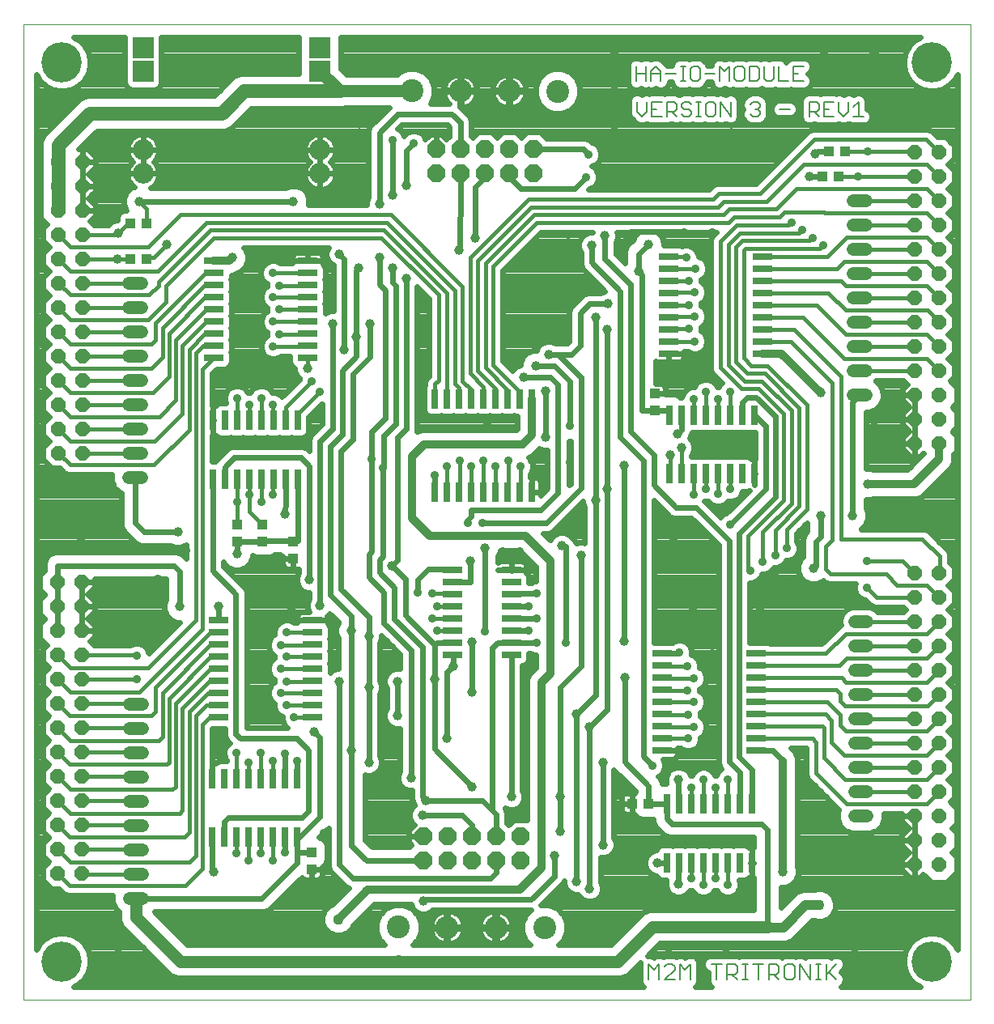
<source format=gtl>
G75*
%MOIN*%
%OFA0B0*%
%FSLAX24Y24*%
%IPPOS*%
%LPD*%
%AMOC8*
5,1,8,0,0,1.08239X$1,22.5*
%
%ADD10C,0.0000*%
%ADD11C,0.0060*%
%ADD12C,0.0050*%
%ADD13R,0.0260X0.0800*%
%ADD14C,0.0520*%
%ADD15R,0.0800X0.0260*%
%ADD16OC8,0.0600*%
%ADD17R,0.0394X0.0433*%
%ADD18R,0.0433X0.0394*%
%ADD19OC8,0.0740*%
%ADD20C,0.0945*%
%ADD21R,0.0425X0.0413*%
%ADD22R,0.0413X0.0425*%
%ADD23C,0.0860*%
%ADD24R,0.0860X0.0860*%
%ADD25C,0.0357*%
%ADD26C,0.0160*%
%ADD27C,0.0396*%
%ADD28C,0.0240*%
%ADD29C,0.0320*%
%ADD30C,0.0400*%
%ADD31C,0.0436*%
%ADD32C,0.0500*%
%ADD33C,0.0560*%
%ADD34C,0.1660*%
D10*
X004674Y050244D02*
X004674Y090401D01*
X043650Y090401D01*
X043650Y050244D01*
X004674Y050244D01*
D11*
X030413Y051061D02*
X030413Y051702D01*
X030626Y051488D01*
X030840Y051702D01*
X030840Y051061D01*
X031057Y051061D02*
X031484Y051488D01*
X031484Y051595D01*
X031377Y051702D01*
X031164Y051702D01*
X031057Y051595D01*
X031057Y051061D02*
X031484Y051061D01*
X031702Y051061D02*
X031702Y051702D01*
X031915Y051488D01*
X032129Y051702D01*
X032129Y051061D01*
X032991Y051702D02*
X033418Y051702D01*
X033204Y051702D02*
X033204Y051061D01*
X033635Y051061D02*
X033635Y051702D01*
X033956Y051702D01*
X034062Y051595D01*
X034062Y051381D01*
X033956Y051275D01*
X033635Y051275D01*
X033849Y051275D02*
X034062Y051061D01*
X034280Y051061D02*
X034493Y051061D01*
X034387Y051061D02*
X034387Y051702D01*
X034493Y051702D02*
X034280Y051702D01*
X034710Y051702D02*
X035137Y051702D01*
X034923Y051702D02*
X034923Y051061D01*
X035354Y051061D02*
X035354Y051702D01*
X035674Y051702D01*
X035781Y051595D01*
X035781Y051381D01*
X035674Y051275D01*
X035354Y051275D01*
X035568Y051275D02*
X035781Y051061D01*
X035999Y051168D02*
X036105Y051061D01*
X036319Y051061D01*
X036426Y051168D01*
X036426Y051595D01*
X036319Y051702D01*
X036105Y051702D01*
X035999Y051595D01*
X035999Y051168D01*
X036643Y051061D02*
X036643Y051702D01*
X037070Y051061D01*
X037070Y051702D01*
X037288Y051702D02*
X037501Y051702D01*
X037394Y051702D02*
X037394Y051061D01*
X037288Y051061D02*
X037501Y051061D01*
X037717Y051061D02*
X037717Y051702D01*
X037824Y051381D02*
X038144Y051061D01*
X037717Y051275D02*
X038144Y051702D01*
D12*
X038040Y086607D02*
X037633Y086607D01*
X037633Y087218D01*
X038040Y087218D01*
X038241Y087218D02*
X038241Y086811D01*
X038444Y086607D01*
X038648Y086811D01*
X038648Y087218D01*
X038848Y087014D02*
X039052Y087218D01*
X039052Y086607D01*
X039255Y086607D02*
X038848Y086607D01*
X037836Y086913D02*
X037633Y086913D01*
X037432Y086913D02*
X037330Y086811D01*
X037025Y086811D01*
X037229Y086811D02*
X037432Y086607D01*
X037432Y086913D02*
X037432Y087116D01*
X037330Y087218D01*
X037025Y087218D01*
X037025Y086607D01*
X036217Y086913D02*
X035810Y086913D01*
X035770Y088064D02*
X036177Y088064D01*
X036378Y088064D02*
X036785Y088064D01*
X036582Y088369D02*
X036378Y088369D01*
X036378Y088064D02*
X036378Y088675D01*
X036785Y088675D01*
X035770Y088675D02*
X035770Y088064D01*
X035570Y088166D02*
X035570Y088675D01*
X035163Y088675D02*
X035163Y088166D01*
X035264Y088064D01*
X035468Y088064D01*
X035570Y088166D01*
X034962Y088166D02*
X034860Y088064D01*
X034555Y088064D01*
X034555Y088675D01*
X034860Y088675D01*
X034962Y088573D01*
X034962Y088166D01*
X034354Y088166D02*
X034354Y088573D01*
X034252Y088675D01*
X034049Y088675D01*
X033947Y088573D01*
X033947Y088166D01*
X034049Y088064D01*
X034252Y088064D01*
X034354Y088166D01*
X034696Y087218D02*
X034900Y087218D01*
X035001Y087116D01*
X035001Y087014D01*
X034900Y086913D01*
X035001Y086811D01*
X035001Y086709D01*
X034900Y086607D01*
X034696Y086607D01*
X034594Y086709D01*
X034798Y086913D02*
X034900Y086913D01*
X034696Y087218D02*
X034594Y087116D01*
X033786Y087218D02*
X033786Y086607D01*
X033379Y087218D01*
X033379Y086607D01*
X033178Y086709D02*
X033178Y087116D01*
X033076Y087218D01*
X032873Y087218D01*
X032771Y087116D01*
X032771Y086709D01*
X032873Y086607D01*
X033076Y086607D01*
X033178Y086709D01*
X032569Y086607D02*
X032366Y086607D01*
X032468Y086607D02*
X032468Y087218D01*
X032569Y087218D02*
X032366Y087218D01*
X032165Y087116D02*
X032063Y087218D01*
X031860Y087218D01*
X031758Y087116D01*
X031758Y087014D01*
X031860Y086913D01*
X032063Y086913D01*
X032165Y086811D01*
X032165Y086709D01*
X032063Y086607D01*
X031860Y086607D01*
X031758Y086709D01*
X031558Y086607D02*
X031354Y086811D01*
X031456Y086811D02*
X031151Y086811D01*
X031151Y086607D02*
X031151Y087218D01*
X031456Y087218D01*
X031558Y087116D01*
X031558Y086913D01*
X031456Y086811D01*
X031719Y088064D02*
X031922Y088064D01*
X031821Y088064D02*
X031821Y088675D01*
X031922Y088675D02*
X031719Y088675D01*
X031518Y088369D02*
X031111Y088369D01*
X030910Y088369D02*
X030503Y088369D01*
X030503Y088471D02*
X030707Y088675D01*
X030910Y088471D01*
X030910Y088064D01*
X030503Y088064D02*
X030503Y088471D01*
X030303Y088369D02*
X029896Y088369D01*
X029896Y088064D02*
X029896Y088675D01*
X030303Y088675D02*
X030303Y088064D01*
X030342Y087218D02*
X030342Y086811D01*
X030139Y086607D01*
X029935Y086811D01*
X029935Y087218D01*
X030543Y087218D02*
X030543Y086607D01*
X030950Y086607D01*
X030746Y086913D02*
X030543Y086913D01*
X030543Y087218D02*
X030950Y087218D01*
X032124Y088166D02*
X032226Y088064D01*
X032429Y088064D01*
X032531Y088166D01*
X032531Y088573D01*
X032429Y088675D01*
X032226Y088675D01*
X032124Y088573D01*
X032124Y088166D01*
X032732Y088369D02*
X033139Y088369D01*
X033339Y088064D02*
X033339Y088675D01*
X033543Y088471D01*
X033746Y088675D01*
X033746Y088064D01*
D13*
X033770Y074320D03*
X033270Y074320D03*
X032770Y074320D03*
X032270Y074320D03*
X031770Y074320D03*
X031270Y074320D03*
X031270Y071900D03*
X031770Y071900D03*
X032270Y071900D03*
X032770Y071900D03*
X033270Y071900D03*
X033770Y071900D03*
X034270Y071900D03*
X034770Y071900D03*
X034770Y074320D03*
X034270Y074320D03*
X034160Y058308D03*
X033660Y058308D03*
X033160Y058308D03*
X032660Y058308D03*
X032160Y058308D03*
X031660Y058308D03*
X031160Y058308D03*
X031160Y055888D03*
X031660Y055888D03*
X032160Y055888D03*
X032660Y055888D03*
X033160Y055888D03*
X033660Y055888D03*
X034160Y055888D03*
X034660Y055888D03*
X034660Y058308D03*
X025603Y071129D03*
X025103Y071129D03*
X024603Y071129D03*
X024103Y071129D03*
X023603Y071129D03*
X023103Y071129D03*
X022603Y071129D03*
X022103Y071129D03*
X021603Y071129D03*
X021603Y074989D03*
X022103Y074989D03*
X022603Y074989D03*
X023103Y074989D03*
X023603Y074989D03*
X024103Y074989D03*
X024603Y074989D03*
X025103Y074989D03*
X025603Y074989D03*
X015955Y074103D03*
X015455Y074103D03*
X014955Y074103D03*
X014455Y074103D03*
X013955Y074103D03*
X013455Y074103D03*
X012955Y074103D03*
X012455Y074103D03*
X012455Y071683D03*
X012955Y071683D03*
X013455Y071683D03*
X013955Y071683D03*
X014455Y071683D03*
X014955Y071683D03*
X015455Y071683D03*
X015955Y071683D03*
X015936Y059351D03*
X015436Y059351D03*
X014936Y059351D03*
X014436Y059351D03*
X013936Y059351D03*
X013436Y059351D03*
X012936Y059351D03*
X012436Y059351D03*
X012436Y056931D03*
X012936Y056931D03*
X013436Y056931D03*
X013936Y056931D03*
X014436Y056931D03*
X014936Y056931D03*
X015436Y056931D03*
X015936Y056931D03*
D14*
X009560Y057421D02*
X009040Y057421D01*
X009040Y058421D02*
X009560Y058421D01*
X009560Y059421D02*
X009040Y059421D01*
X009040Y060421D02*
X009560Y060421D01*
X009560Y061421D02*
X009040Y061421D01*
X009040Y062421D02*
X009560Y062421D01*
X009560Y056421D02*
X009040Y056421D01*
X009040Y055421D02*
X009560Y055421D01*
X009560Y054421D02*
X009040Y054421D01*
X009004Y071744D02*
X009524Y071744D01*
X009524Y072744D02*
X009004Y072744D01*
X009004Y073744D02*
X009524Y073744D01*
X009524Y074744D02*
X009004Y074744D01*
X009004Y075744D02*
X009524Y075744D01*
X009524Y076744D02*
X009004Y076744D01*
X009004Y077744D02*
X009524Y077744D01*
X009524Y078744D02*
X009004Y078744D01*
X009004Y079744D02*
X009524Y079744D01*
X038831Y080137D02*
X039351Y080137D01*
X039351Y079137D02*
X038831Y079137D01*
X038831Y078137D02*
X039351Y078137D01*
X039351Y077137D02*
X038831Y077137D01*
X038831Y076137D02*
X039351Y076137D01*
X039351Y075137D02*
X038831Y075137D01*
X038831Y081137D02*
X039351Y081137D01*
X039351Y082137D02*
X038831Y082137D01*
X038831Y083137D02*
X039351Y083137D01*
X039410Y065815D02*
X038890Y065815D01*
X038890Y064815D02*
X039410Y064815D01*
X039410Y063815D02*
X038890Y063815D01*
X038890Y062815D02*
X039410Y062815D01*
X039410Y061815D02*
X038890Y061815D01*
X038890Y060815D02*
X039410Y060815D01*
X039410Y059815D02*
X038890Y059815D01*
X038890Y058815D02*
X039410Y058815D01*
X039410Y057815D02*
X038890Y057815D01*
D15*
X034840Y060492D03*
X034840Y060992D03*
X034840Y061492D03*
X034840Y061992D03*
X034840Y062492D03*
X034840Y062992D03*
X034840Y063492D03*
X034840Y063992D03*
X034840Y064492D03*
X030980Y064492D03*
X030980Y063992D03*
X030980Y063492D03*
X030980Y062992D03*
X030980Y062492D03*
X030980Y061992D03*
X030980Y061492D03*
X030980Y060992D03*
X030980Y060492D03*
X024758Y064454D03*
X024758Y064954D03*
X024758Y065454D03*
X024758Y065954D03*
X024758Y066454D03*
X024758Y066954D03*
X024758Y067454D03*
X024758Y067954D03*
X022338Y067954D03*
X022338Y067454D03*
X022338Y066954D03*
X022338Y066454D03*
X022338Y065954D03*
X022338Y065454D03*
X022338Y064954D03*
X022338Y064454D03*
X016564Y064366D03*
X016564Y064866D03*
X016564Y065366D03*
X016564Y065866D03*
X016564Y063866D03*
X016564Y063366D03*
X016564Y062866D03*
X016564Y062366D03*
X016564Y061866D03*
X012704Y061866D03*
X012704Y062366D03*
X012704Y062866D03*
X012704Y063366D03*
X012704Y063866D03*
X012704Y064366D03*
X012704Y064866D03*
X012704Y065366D03*
X012704Y065866D03*
X012508Y076669D03*
X012508Y077169D03*
X012508Y077669D03*
X012508Y078169D03*
X012508Y078669D03*
X012508Y079169D03*
X012508Y079669D03*
X012508Y080169D03*
X012508Y080669D03*
X016368Y080669D03*
X016368Y080169D03*
X016368Y079669D03*
X016368Y079169D03*
X016368Y078669D03*
X016368Y078169D03*
X016368Y077669D03*
X016368Y077169D03*
X016368Y076669D03*
X031244Y076850D03*
X031244Y077350D03*
X031244Y077850D03*
X031244Y078350D03*
X031244Y078850D03*
X031244Y079350D03*
X031244Y079850D03*
X031244Y080350D03*
X031244Y080850D03*
X035104Y080850D03*
X035104Y080350D03*
X035104Y079850D03*
X035104Y079350D03*
X035104Y078850D03*
X035104Y078350D03*
X035104Y077850D03*
X035104Y077350D03*
X035104Y076850D03*
D16*
X041371Y077141D03*
X041371Y078141D03*
X041371Y079141D03*
X041371Y080141D03*
X041371Y081141D03*
X041371Y082141D03*
X041371Y083141D03*
X041371Y084141D03*
X041371Y085141D03*
X042371Y085141D03*
X042371Y084141D03*
X042371Y083141D03*
X042371Y082141D03*
X042371Y081141D03*
X042371Y080141D03*
X042371Y079141D03*
X042371Y078141D03*
X042371Y077141D03*
X042371Y076141D03*
X042371Y075141D03*
X042371Y074141D03*
X042371Y073141D03*
X041371Y073141D03*
X041371Y074141D03*
X041371Y075141D03*
X041371Y076141D03*
X041363Y067807D03*
X041363Y066807D03*
X041363Y065807D03*
X041363Y064807D03*
X041363Y063807D03*
X041363Y062807D03*
X041363Y061807D03*
X041363Y060807D03*
X041363Y059807D03*
X041363Y058807D03*
X042363Y058807D03*
X042363Y059807D03*
X042363Y060807D03*
X042363Y061807D03*
X042363Y062807D03*
X042363Y063807D03*
X042363Y064807D03*
X042363Y065807D03*
X042363Y066807D03*
X042363Y067807D03*
X042363Y057807D03*
X042363Y056807D03*
X042363Y055807D03*
X041363Y055807D03*
X041363Y056807D03*
X041363Y057807D03*
X007079Y057425D03*
X007079Y058425D03*
X007079Y059425D03*
X007079Y060425D03*
X007079Y061425D03*
X007079Y062425D03*
X007079Y063425D03*
X007079Y064425D03*
X007079Y065425D03*
X007079Y066425D03*
X007079Y067425D03*
X006079Y067425D03*
X006079Y066425D03*
X006079Y065425D03*
X006079Y064425D03*
X006079Y063425D03*
X006079Y062425D03*
X006079Y061425D03*
X006079Y060425D03*
X006079Y059425D03*
X006079Y058425D03*
X006079Y057425D03*
X006079Y056425D03*
X006079Y055425D03*
X007079Y055425D03*
X007079Y056425D03*
X007099Y072748D03*
X007099Y073748D03*
X007099Y074748D03*
X007099Y075748D03*
X007099Y076748D03*
X007099Y077748D03*
X007099Y078748D03*
X007099Y079748D03*
X007099Y080748D03*
X007099Y081748D03*
X007099Y082748D03*
X007099Y083748D03*
X007099Y084748D03*
X006099Y084748D03*
X006099Y083748D03*
X006099Y082748D03*
X006099Y081748D03*
X006099Y080748D03*
X006099Y079748D03*
X006099Y078748D03*
X006099Y077748D03*
X006099Y076748D03*
X006099Y075748D03*
X006099Y074748D03*
X006099Y073748D03*
X006099Y072748D03*
D17*
X009064Y080756D03*
X009733Y080756D03*
X009733Y082212D03*
X009064Y082212D03*
X037568Y084141D03*
X038237Y084141D03*
X038512Y085165D03*
X037843Y085165D03*
D18*
X014516Y069791D03*
X014516Y069122D03*
X013453Y069122D03*
X013453Y069791D03*
D19*
X021138Y056964D03*
X021138Y055964D03*
X022138Y055964D03*
X022138Y056964D03*
X023138Y056964D03*
X023138Y055964D03*
X024138Y055964D03*
X024138Y056964D03*
X025138Y056964D03*
X025138Y055964D03*
X024650Y084271D03*
X024650Y085271D03*
X023650Y085271D03*
X023650Y084271D03*
X022650Y084271D03*
X022650Y085271D03*
X021650Y085271D03*
X021650Y084271D03*
X025650Y084271D03*
X025650Y085271D03*
D20*
X026662Y087653D03*
X024666Y087665D03*
X022658Y087665D03*
X020658Y087665D03*
X020115Y053228D03*
X022111Y053216D03*
X024119Y053216D03*
X026119Y053216D03*
D21*
X016524Y055608D03*
X016524Y056297D03*
X015776Y068403D03*
X015776Y069092D03*
X030658Y074506D03*
X030658Y075195D03*
D22*
X030412Y058315D03*
X029723Y058315D03*
D23*
X016879Y084260D03*
X016879Y085244D03*
X009595Y085244D03*
X009595Y084260D03*
D24*
X009595Y088472D03*
X009595Y089456D03*
X016879Y089456D03*
X016879Y088472D03*
D25*
X019871Y085637D03*
X020737Y085519D03*
X024753Y078984D03*
X025540Y080952D03*
X026327Y079378D03*
X025934Y077803D03*
X027154Y073866D03*
X027154Y072370D03*
X025611Y072429D03*
X025138Y072193D03*
X024627Y072429D03*
X024115Y072193D03*
X023603Y072429D03*
X023091Y072193D03*
X022619Y072429D03*
X022107Y072193D03*
X021595Y071838D03*
X022981Y069889D03*
X023571Y069889D03*
X024402Y068712D03*
X025095Y068712D03*
X025686Y067531D03*
X025796Y066960D03*
X025451Y066454D03*
X025816Y065952D03*
X025457Y065448D03*
X025816Y064929D03*
X025568Y063948D03*
X026997Y064929D03*
X027508Y069535D03*
X030776Y070441D03*
X031445Y069141D03*
X030776Y068437D03*
X032233Y066385D03*
X033020Y067173D03*
X034595Y067921D03*
X035107Y068275D03*
X035619Y068551D03*
X036091Y068826D03*
X035619Y067685D03*
X034989Y066385D03*
X034989Y065204D03*
X036564Y065204D03*
X036564Y066779D03*
X037745Y065992D03*
X039398Y067212D03*
X039398Y068315D03*
X039713Y069929D03*
X039713Y070716D03*
X039713Y072685D03*
X039713Y073866D03*
X041682Y070716D03*
X042469Y071504D03*
X042469Y069535D03*
X037587Y081307D03*
X037154Y081622D03*
X036721Y081937D03*
X036288Y082252D03*
X039044Y084141D03*
X039438Y085165D03*
X033768Y075283D03*
X033280Y074976D03*
X032764Y075279D03*
X032272Y074968D03*
X031434Y075649D03*
X032064Y076830D03*
X032308Y077354D03*
X032071Y077866D03*
X032308Y078378D03*
X032071Y078850D03*
X032308Y079362D03*
X032071Y079834D03*
X032347Y080346D03*
X031957Y080795D03*
X031851Y081826D03*
X033032Y081826D03*
X029489Y081511D03*
X027839Y084114D03*
X027942Y085047D03*
X027115Y081740D03*
X023768Y074023D03*
X020973Y075362D03*
X021091Y077448D03*
X019008Y072500D03*
X019477Y072134D03*
X020894Y067015D03*
X021485Y066976D03*
X021692Y066454D03*
X021487Y065954D03*
X021695Y065454D03*
X023650Y065401D03*
X025331Y059480D03*
X028296Y054181D03*
X028296Y052606D03*
X031221Y052370D03*
X031445Y054181D03*
X032154Y055244D03*
X032660Y054974D03*
X033162Y055224D03*
X033660Y054978D03*
X034595Y054181D03*
X033583Y052370D03*
X033158Y058984D03*
X032666Y059299D03*
X032178Y058988D03*
X032044Y060996D03*
X032280Y061468D03*
X032044Y061980D03*
X032280Y062492D03*
X032005Y062964D03*
X032280Y063476D03*
X032005Y063988D03*
X031682Y064535D03*
X033020Y064811D03*
X030579Y059889D03*
X033650Y059299D03*
X033768Y069811D03*
X033414Y070448D03*
X033272Y071071D03*
X033768Y071267D03*
X032770Y071281D03*
X032272Y071031D03*
X032627Y073078D03*
X034201Y073078D03*
X019438Y062409D03*
X019438Y061582D03*
X019241Y057724D03*
X017036Y057094D03*
X016485Y054574D03*
X016485Y052606D03*
X014936Y055978D03*
X014438Y056267D03*
X013936Y055982D03*
X013436Y056277D03*
X015422Y056307D03*
X014936Y060073D03*
X015438Y060370D03*
X015934Y060086D03*
X015816Y061858D03*
X015501Y062370D03*
X015264Y062882D03*
X015501Y063354D03*
X015264Y063866D03*
X015501Y064378D03*
X015264Y064850D03*
X015501Y065362D03*
X015697Y066385D03*
X014516Y067173D03*
X014461Y070756D03*
X014949Y071031D03*
X013965Y071031D03*
X013453Y070756D03*
X011367Y068748D03*
X010186Y068748D03*
X010186Y067567D03*
X010186Y066779D03*
X010186Y065992D03*
X010186Y065204D03*
X009320Y064417D03*
X009320Y063433D03*
X007036Y069141D03*
X007430Y070323D03*
X007036Y071504D03*
X012548Y060874D03*
X013436Y060399D03*
X013936Y060017D03*
X014436Y060399D03*
X014123Y052606D03*
X011760Y052606D03*
X013965Y074732D03*
X014461Y075011D03*
X014949Y074732D03*
X013453Y075008D03*
X014949Y077134D03*
X015186Y077645D03*
X014949Y078157D03*
X015186Y078669D03*
X014949Y079181D03*
X015186Y079653D03*
X014938Y080161D03*
X016524Y075716D03*
X016879Y075283D03*
D26*
X015955Y074360D01*
X015955Y074103D01*
X015455Y074103D02*
X015455Y074647D01*
X016524Y075716D01*
X016367Y076228D02*
X016368Y076229D01*
X016368Y076669D01*
X016332Y077134D02*
X016368Y077169D01*
X016332Y077134D02*
X014949Y077134D01*
X015186Y077645D02*
X016344Y077645D01*
X016368Y077669D01*
X016356Y078157D02*
X016368Y078169D01*
X016356Y078157D02*
X014949Y078157D01*
X015186Y078669D02*
X016368Y078669D01*
X016368Y079169D02*
X016356Y079181D01*
X014949Y079181D01*
X015186Y079653D02*
X016352Y079653D01*
X016368Y079669D01*
X016375Y080161D02*
X016368Y080169D01*
X016375Y080161D02*
X014938Y080161D01*
X012508Y080169D02*
X012158Y080169D01*
X010107Y078118D01*
X010107Y077409D01*
X009949Y077252D01*
X006595Y077252D01*
X006099Y077748D01*
X006611Y078236D02*
X006099Y078748D01*
X006587Y079260D02*
X006099Y079748D01*
X006603Y080244D02*
X006099Y080748D01*
X006607Y081240D02*
X006099Y081748D01*
X006607Y081240D02*
X009804Y081240D01*
X011131Y082567D01*
X019792Y082567D01*
X022745Y079614D01*
X022745Y075716D01*
X023103Y075358D01*
X023103Y074989D01*
X023603Y074989D02*
X023603Y075488D01*
X023060Y076031D01*
X023060Y080795D01*
X025461Y083197D01*
X033060Y083197D01*
X033296Y083433D01*
X034989Y083433D01*
X037233Y085677D01*
X041835Y085677D01*
X042371Y085141D01*
X041859Y084653D02*
X042371Y084141D01*
X041867Y083645D02*
X042371Y083141D01*
X041867Y082645D02*
X042371Y082141D01*
X041871Y081641D02*
X042371Y081141D01*
X041875Y080637D02*
X042371Y080141D01*
X041875Y080637D02*
X038453Y080637D01*
X038166Y080350D01*
X035104Y080350D01*
X035104Y079850D02*
X038335Y079850D01*
X038544Y079641D01*
X041871Y079641D01*
X042371Y079141D01*
X041883Y078630D02*
X042371Y078141D01*
X041883Y078630D02*
X038532Y078630D01*
X037812Y079350D01*
X035104Y079350D01*
X035104Y078850D02*
X037327Y078850D01*
X038532Y077645D01*
X041867Y077645D01*
X042371Y077141D01*
X041871Y076641D02*
X042371Y076141D01*
X041871Y076641D02*
X038477Y076641D01*
X036764Y078350D01*
X035104Y078350D01*
X035104Y077850D02*
X036398Y077850D01*
X038335Y075913D01*
X038335Y069220D01*
X041682Y069220D01*
X042390Y068511D01*
X042390Y067834D01*
X042363Y067807D01*
X041867Y067303D02*
X042363Y066807D01*
X041867Y067303D02*
X040646Y067303D01*
X040186Y067763D01*
X037902Y067763D01*
X037705Y067960D01*
X037705Y068905D01*
X037981Y069181D01*
X037981Y075637D01*
X036268Y077350D01*
X035104Y077350D01*
X035304Y076346D02*
X034634Y076346D01*
X034320Y076661D01*
X034320Y081110D01*
X034398Y081189D01*
X037469Y081189D01*
X037587Y081307D01*
X037760Y080850D02*
X038552Y081641D01*
X041871Y081641D01*
X041371Y081141D02*
X041367Y081137D01*
X039091Y081137D01*
X039091Y080137D02*
X041367Y080137D01*
X041371Y080141D01*
X041371Y079141D02*
X041367Y079137D01*
X039091Y079137D01*
X039091Y078137D02*
X041367Y078137D01*
X041371Y078141D01*
X041371Y077141D02*
X041367Y077137D01*
X039091Y077137D01*
X039091Y076137D02*
X041367Y076137D01*
X041371Y076141D01*
X041367Y082137D02*
X039091Y082137D01*
X039091Y083137D02*
X041367Y083137D01*
X041371Y083141D01*
X041867Y082645D02*
X037666Y082645D01*
X037627Y082685D01*
X036012Y082685D01*
X035816Y082488D01*
X033926Y082488D01*
X033690Y082252D01*
X025816Y082252D01*
X024005Y080441D01*
X024005Y076385D01*
X025103Y075287D01*
X025103Y074989D01*
X024603Y074989D02*
X024603Y075354D01*
X023690Y076267D01*
X023690Y080559D01*
X025697Y082567D01*
X033493Y082567D01*
X033729Y082803D01*
X035658Y082803D01*
X036501Y083645D01*
X041867Y083645D01*
X041371Y084141D02*
X039044Y084141D01*
X038237Y084141D01*
X038512Y085165D02*
X039438Y085165D01*
X041347Y085165D01*
X041371Y085141D01*
X041859Y084653D02*
X036800Y084653D01*
X035264Y083118D01*
X033493Y083118D01*
X033257Y082882D01*
X025579Y082882D01*
X023375Y080677D01*
X023375Y076149D01*
X024103Y075421D01*
X024103Y074989D01*
X022603Y074989D02*
X022603Y075425D01*
X022430Y075598D01*
X022430Y079456D01*
X019634Y082252D01*
X012194Y082252D01*
X010186Y080244D01*
X006603Y080244D01*
X007099Y079748D02*
X009264Y079748D01*
X009264Y079744D01*
X009831Y079260D02*
X006587Y079260D01*
X007099Y078748D02*
X009264Y078748D01*
X009264Y078744D01*
X009792Y078236D02*
X006611Y078236D01*
X007099Y077748D02*
X009264Y077748D01*
X009264Y077744D01*
X009792Y078236D02*
X010540Y078984D01*
X010540Y079653D01*
X012508Y081622D01*
X019398Y081622D01*
X021760Y079260D01*
X021760Y075756D01*
X021603Y075598D01*
X021603Y074989D01*
X022103Y074989D02*
X022103Y079350D01*
X019516Y081937D01*
X012351Y081937D01*
X010225Y079811D01*
X010225Y079653D01*
X009831Y079260D01*
X009733Y080756D02*
X009733Y080775D01*
X009713Y080795D01*
X010028Y080795D01*
X010579Y081346D01*
X009733Y082212D02*
X009733Y082823D01*
X009438Y083118D01*
X009064Y082212D02*
X008965Y082212D01*
X008571Y081819D01*
X008501Y081748D01*
X007099Y081748D01*
X007107Y080756D02*
X007099Y080748D01*
X007107Y080756D02*
X008532Y080756D01*
X009064Y080756D01*
X010383Y077921D02*
X010383Y076700D01*
X009926Y076244D01*
X006603Y076244D01*
X006099Y076748D01*
X006099Y075748D02*
X006603Y075244D01*
X009989Y075244D01*
X010658Y075913D01*
X010658Y077685D01*
X012142Y079169D01*
X012508Y079169D01*
X012508Y079669D02*
X012131Y079669D01*
X010383Y077921D01*
X010934Y077409D02*
X010934Y074929D01*
X010257Y074252D01*
X006583Y074252D01*
X006099Y074748D01*
X006095Y074752D01*
X006099Y073748D02*
X006599Y073240D01*
X010068Y073236D01*
X011209Y074378D01*
X011209Y077173D01*
X012205Y078169D01*
X012508Y078169D01*
X012508Y078669D02*
X012194Y078669D01*
X010934Y077409D01*
X011485Y077015D02*
X011485Y073708D01*
X010032Y072260D01*
X006591Y072260D01*
X006099Y072748D01*
X007099Y072748D02*
X009264Y072748D01*
X009264Y072744D01*
X009264Y073744D02*
X009264Y073748D01*
X007099Y073748D01*
X007099Y074748D02*
X009264Y074748D01*
X009264Y074744D01*
X009264Y075744D02*
X009264Y075748D01*
X007099Y075748D01*
X007099Y076748D02*
X009264Y076748D01*
X009264Y076744D01*
X011485Y077015D02*
X012138Y077669D01*
X012508Y077669D01*
X012508Y077169D02*
X012071Y077169D01*
X011760Y076858D01*
X011760Y065874D01*
X009804Y063917D01*
X006587Y063917D01*
X006079Y064425D01*
X006079Y063425D02*
X006583Y062921D01*
X009438Y062921D01*
X012036Y065519D01*
X012036Y076197D01*
X012508Y076669D01*
X013453Y075008D02*
X013453Y074105D01*
X013455Y074103D01*
X013955Y074103D02*
X013965Y074113D01*
X013965Y074732D01*
X014461Y075011D02*
X014461Y074109D01*
X014455Y074103D01*
X014949Y074109D02*
X014949Y074732D01*
X014949Y074109D02*
X014955Y074103D01*
X014955Y071683D02*
X014949Y071677D01*
X014949Y071031D01*
X014461Y070756D02*
X014461Y071677D01*
X014455Y071683D01*
X013965Y071683D02*
X013965Y071031D01*
X013965Y070342D01*
X014516Y069791D01*
X013453Y069791D02*
X013453Y070756D01*
X013453Y071683D01*
X013455Y071683D01*
X013453Y071681D01*
X013955Y071683D02*
X013965Y071683D01*
X012704Y065366D02*
X012355Y065366D01*
X010107Y063118D01*
X010107Y062094D01*
X009949Y061937D01*
X006568Y061937D01*
X006079Y062425D01*
X006079Y061425D02*
X006591Y060913D01*
X010225Y060913D01*
X010383Y061071D01*
X010383Y062882D01*
X012367Y064866D01*
X012704Y064866D01*
X012704Y064366D02*
X012379Y064366D01*
X010658Y062645D01*
X010658Y060008D01*
X010579Y059929D01*
X006571Y059925D01*
X006079Y060425D01*
X006079Y059425D02*
X006599Y058905D01*
X010816Y058905D01*
X010934Y059023D01*
X010934Y062448D01*
X012351Y063866D01*
X012704Y063866D01*
X012704Y063366D02*
X012323Y063366D01*
X011209Y062252D01*
X011209Y058039D01*
X011091Y057921D01*
X006583Y057921D01*
X006079Y058425D01*
X006079Y057425D02*
X006568Y056937D01*
X011288Y056937D01*
X011485Y057134D01*
X011485Y062094D01*
X012257Y062866D01*
X012704Y062866D01*
X012704Y062366D02*
X012190Y062366D01*
X011760Y061937D01*
X011760Y056189D01*
X011485Y055913D01*
X006591Y055913D01*
X006079Y056425D01*
X006079Y055425D02*
X006575Y054929D01*
X011327Y054929D01*
X012036Y055637D01*
X012036Y061582D01*
X012320Y061866D01*
X012704Y061866D01*
X013436Y060399D02*
X013436Y059351D01*
X013936Y059351D02*
X013936Y060017D01*
X014436Y060399D02*
X014436Y059351D01*
X014936Y059351D02*
X014936Y060073D01*
X015816Y061858D02*
X016557Y061858D01*
X016564Y061866D01*
X016564Y062366D02*
X016561Y062370D01*
X015501Y062370D01*
X015264Y062882D02*
X016549Y062882D01*
X016564Y062866D01*
X016553Y063354D02*
X016564Y063366D01*
X016553Y063354D02*
X015501Y063354D01*
X015264Y063866D02*
X016564Y063866D01*
X016564Y064366D02*
X016553Y064378D01*
X015501Y064378D01*
X015264Y064850D02*
X016549Y064850D01*
X016564Y064866D01*
X016561Y065362D02*
X016564Y065366D01*
X016561Y065362D02*
X015501Y065362D01*
X014936Y056931D02*
X014936Y055978D01*
X014438Y056267D02*
X014438Y056933D01*
X014436Y056931D01*
X013936Y056931D02*
X013936Y055982D01*
X013436Y056277D02*
X013436Y056931D01*
X009300Y057421D02*
X009296Y057425D01*
X007079Y057425D01*
X007079Y058425D02*
X009296Y058425D01*
X009300Y058421D01*
X009300Y059421D02*
X009296Y059425D01*
X007079Y059425D01*
X007079Y060425D02*
X009296Y060425D01*
X009300Y060421D01*
X009300Y061421D02*
X009296Y061425D01*
X007079Y061425D01*
X007079Y062425D02*
X009296Y062425D01*
X009300Y062421D01*
X009312Y063425D02*
X007079Y063425D01*
X007079Y064425D02*
X009170Y064425D01*
X009320Y064417D01*
X009320Y063433D02*
X009312Y063425D01*
X009296Y056425D02*
X007079Y056425D01*
X007079Y055425D02*
X007170Y055425D01*
X007194Y055401D01*
X009280Y055401D01*
X009300Y055421D01*
X009300Y056421D02*
X009296Y056425D01*
X021487Y065954D02*
X022338Y065954D01*
X022338Y065454D02*
X021695Y065454D01*
X021692Y066454D02*
X022338Y066454D01*
X022338Y066954D02*
X022255Y066954D01*
X022233Y066976D01*
X021485Y066976D01*
X022103Y071129D02*
X022107Y071133D01*
X022107Y072193D01*
X022619Y072429D02*
X022619Y071144D01*
X022603Y071129D01*
X023091Y071141D02*
X023091Y072193D01*
X023603Y072429D02*
X023603Y071129D01*
X024103Y071129D02*
X024115Y071141D01*
X024115Y072193D01*
X024627Y072429D02*
X024627Y071152D01*
X024603Y071129D01*
X025103Y071129D02*
X025138Y071164D01*
X025138Y072193D01*
X025611Y072429D02*
X025611Y071137D01*
X025603Y071129D01*
X026839Y068945D02*
X026997Y068905D01*
X024581Y064968D02*
X024556Y064954D01*
X023103Y071129D02*
X023091Y071141D01*
X031270Y071900D02*
X031288Y071918D01*
X031288Y072685D01*
X031760Y072960D02*
X031760Y071910D01*
X031770Y071900D01*
X032270Y071900D02*
X032272Y071898D01*
X032272Y071031D01*
X032770Y071281D02*
X032770Y071900D01*
X033270Y071900D02*
X033272Y071898D01*
X033272Y071071D01*
X033768Y071267D02*
X033768Y071898D01*
X033770Y071900D01*
X033770Y074320D02*
X033770Y075045D01*
X033768Y075283D01*
X034241Y075401D02*
X033375Y076267D01*
X033375Y081464D01*
X034044Y082134D01*
X036170Y082134D01*
X036288Y082252D01*
X036603Y081819D02*
X036721Y081937D01*
X036603Y081819D02*
X034162Y081819D01*
X033690Y081346D01*
X033690Y076385D01*
X034359Y075716D01*
X035068Y075716D01*
X036288Y074496D01*
X036288Y070677D01*
X035107Y069496D01*
X035107Y068275D01*
X035619Y068551D02*
X035619Y069574D01*
X036603Y070559D01*
X036603Y074614D01*
X035186Y076031D01*
X034477Y076031D01*
X034005Y076504D01*
X034005Y081228D01*
X034280Y081504D01*
X037036Y081504D01*
X037154Y081622D01*
X037760Y080850D02*
X035104Y080850D01*
X035304Y076346D02*
X036918Y074732D01*
X036918Y070441D01*
X036091Y069614D01*
X036091Y068826D01*
X034516Y069338D02*
X035973Y070795D01*
X035973Y074378D01*
X034949Y075401D01*
X034241Y075401D01*
X033280Y074976D02*
X033280Y074330D01*
X033270Y074320D01*
X032770Y074320D02*
X032764Y074326D01*
X032764Y075279D01*
X032270Y075045D02*
X032272Y074968D01*
X032270Y075045D02*
X032270Y074320D01*
X032308Y077354D02*
X031012Y077354D01*
X031244Y077350D01*
X031244Y077850D02*
X031023Y077866D01*
X032071Y077866D01*
X032308Y078378D02*
X031271Y078378D01*
X031244Y078350D01*
X031244Y078850D02*
X032071Y078850D01*
X032308Y079362D02*
X031019Y079362D01*
X031244Y079350D01*
X031244Y079850D02*
X031023Y079834D01*
X032071Y079834D01*
X032347Y080346D02*
X031012Y080346D01*
X031244Y080350D01*
X031244Y080850D02*
X031942Y080850D01*
X031957Y080795D01*
X034516Y069338D02*
X034516Y068000D01*
X034595Y067921D01*
X034840Y064492D02*
X037701Y064492D01*
X038532Y065323D01*
X041879Y065323D01*
X042363Y065807D01*
X042363Y064807D02*
X041855Y064299D01*
X038571Y064299D01*
X038264Y063992D01*
X034840Y063992D01*
X034840Y063492D02*
X038355Y063492D01*
X038532Y063315D01*
X041871Y063315D01*
X042363Y063807D01*
X042363Y062807D02*
X041886Y062330D01*
X038493Y062330D01*
X038296Y062527D01*
X038296Y062842D01*
X038146Y062992D01*
X034840Y062992D01*
X034840Y062492D02*
X037780Y062492D01*
X038296Y061976D01*
X038296Y061543D01*
X038532Y061307D01*
X041863Y061307D01*
X042363Y061807D01*
X042363Y060807D02*
X041879Y060323D01*
X038453Y060323D01*
X037942Y060834D01*
X037942Y061740D01*
X037690Y061992D01*
X034840Y061992D01*
X034840Y061492D02*
X037560Y061492D01*
X037627Y061425D01*
X037627Y060204D01*
X038516Y059315D01*
X041871Y059315D01*
X042363Y059807D01*
X042363Y058807D02*
X041871Y058315D01*
X038571Y058315D01*
X037312Y059574D01*
X037312Y060834D01*
X037154Y060992D01*
X034840Y060992D01*
X033650Y059299D02*
X033650Y058318D01*
X033660Y058308D01*
X033160Y058308D02*
X033158Y058310D01*
X033158Y058984D01*
X032666Y059299D02*
X032666Y058314D01*
X032660Y058308D01*
X032178Y058326D02*
X032178Y058988D01*
X032178Y058326D02*
X032160Y058308D01*
X032160Y055888D02*
X032154Y055882D01*
X032154Y055244D01*
X032660Y054974D02*
X032660Y055888D01*
X033160Y055888D02*
X033162Y055886D01*
X033162Y055224D01*
X033660Y054978D02*
X033660Y055888D01*
X032044Y060996D02*
X030984Y060996D01*
X030980Y060992D01*
X031004Y061468D02*
X030980Y061492D01*
X031004Y061468D02*
X032280Y061468D01*
X032044Y061980D02*
X030992Y061980D01*
X030980Y061992D01*
X030980Y062492D02*
X032280Y062492D01*
X032005Y062964D02*
X031008Y062964D01*
X030980Y062992D01*
X030996Y063476D02*
X030980Y063492D01*
X030996Y063476D02*
X032280Y063476D01*
X032005Y063988D02*
X030984Y063988D01*
X030980Y063992D01*
X039150Y063815D02*
X041355Y063815D01*
X041363Y063807D01*
X041355Y062815D02*
X041363Y062807D01*
X041355Y062815D02*
X039150Y062815D01*
X039150Y061815D02*
X041355Y061815D01*
X041363Y061807D01*
X041355Y060815D02*
X041363Y060807D01*
X041355Y060815D02*
X039150Y060815D01*
X039150Y059815D02*
X041355Y059815D01*
X041363Y059807D01*
X041355Y058815D02*
X041363Y058807D01*
X041355Y058815D02*
X039150Y058815D01*
X039150Y064815D02*
X041355Y064815D01*
X041363Y064807D01*
X041351Y065795D02*
X041363Y065807D01*
X041351Y065795D02*
X039320Y065795D01*
X039300Y065815D01*
X039150Y065815D01*
X039804Y066807D02*
X039398Y067212D01*
X039804Y066807D02*
X041363Y066807D01*
X041363Y067807D02*
X040855Y068315D01*
X039398Y068315D01*
X041367Y082137D02*
X041371Y082141D01*
D27*
X039674Y087567D03*
X039713Y089220D03*
X037627Y089260D03*
X037272Y085086D03*
X037036Y084141D03*
X037508Y075244D03*
X039438Y071464D03*
X038808Y070165D03*
X037508Y070165D03*
X037194Y068000D03*
X031760Y072960D03*
X031288Y072685D03*
X031603Y073551D03*
X029398Y072252D03*
X028690Y071267D03*
X028217Y070795D03*
X026839Y068945D03*
X027627Y068551D03*
X029398Y065008D03*
X029438Y063511D03*
X027981Y061464D03*
X027444Y061990D03*
X028532Y060008D03*
X026760Y058590D03*
X026760Y057173D03*
X026524Y056173D03*
X027444Y055100D03*
X027981Y054811D03*
X028532Y056622D03*
X030776Y055874D03*
X031642Y055008D03*
X031642Y059299D03*
X035934Y055519D03*
X038886Y052134D03*
X038886Y051346D03*
X039674Y051740D03*
X028690Y077842D03*
X028217Y078354D03*
X028729Y078905D03*
X029989Y080244D03*
X030383Y081346D03*
X028611Y081700D03*
X028060Y081307D03*
X026288Y076819D03*
X026170Y075323D03*
X025776Y076346D03*
X025264Y075874D03*
X026170Y073393D03*
X023650Y068826D03*
X023052Y068307D03*
X023138Y064968D03*
X022351Y063984D03*
X021603Y063433D03*
X023138Y062921D03*
X022115Y060992D03*
X023138Y059023D03*
X024753Y058590D03*
X021249Y058433D03*
X021091Y057842D03*
X020619Y059378D03*
X018886Y060008D03*
X018178Y060519D03*
X016642Y061267D03*
X017666Y063354D03*
X018178Y065441D03*
X018886Y065204D03*
X020068Y063354D03*
X018886Y063118D03*
X020068Y061937D03*
X016879Y066464D03*
X016445Y067527D03*
X015449Y070232D03*
X013453Y068590D03*
X012705Y066425D03*
X011091Y066425D03*
X011020Y069511D03*
X016367Y076228D03*
X017390Y078078D03*
X018375Y077527D03*
X017863Y077015D03*
X018926Y078078D03*
X018453Y080362D03*
X019320Y080795D03*
X019871Y080362D03*
X020422Y079929D03*
X019320Y083000D03*
X019871Y083385D03*
X020422Y083787D03*
X018493Y086307D03*
X018729Y088826D03*
X015776Y083118D03*
X017666Y080952D03*
X013257Y080795D03*
X013375Y079378D03*
X010579Y081346D03*
X009438Y083118D03*
X008571Y081819D03*
X008532Y080756D03*
X013335Y087252D03*
X022587Y081110D03*
X023257Y081622D03*
X029005Y086228D03*
X029005Y087645D03*
X029005Y089141D03*
X019831Y068118D03*
X021131Y054299D03*
X012508Y055519D03*
X008965Y051346D03*
X008571Y052134D03*
X008178Y051346D03*
D28*
X007399Y051667D02*
X007320Y051375D01*
X007169Y051113D01*
X006955Y050898D01*
X006722Y050764D01*
X030216Y050764D01*
X030214Y050764D01*
X030116Y050863D01*
X030063Y050992D01*
X030063Y051763D01*
X029533Y051234D01*
X029280Y051129D01*
X010993Y051129D01*
X010740Y051234D01*
X008909Y053064D01*
X008715Y053258D01*
X008610Y053512D01*
X008610Y053861D01*
X008446Y054024D01*
X008340Y054282D01*
X008340Y054529D01*
X006496Y054529D01*
X006349Y054590D01*
X006134Y054805D01*
X005823Y054805D01*
X005459Y055168D01*
X005459Y055682D01*
X005703Y055925D01*
X005459Y056168D01*
X005459Y056682D01*
X005703Y056925D01*
X005459Y057168D01*
X005459Y057682D01*
X005703Y057925D01*
X005459Y058168D01*
X005459Y058682D01*
X005703Y058925D01*
X005459Y059168D01*
X005459Y059682D01*
X005703Y059925D01*
X005459Y060168D01*
X005459Y060682D01*
X005703Y060925D01*
X005459Y061168D01*
X005459Y061682D01*
X005703Y061925D01*
X005459Y062168D01*
X005459Y062682D01*
X005703Y062925D01*
X005459Y063168D01*
X005459Y063682D01*
X005703Y063925D01*
X005459Y064168D01*
X005459Y064682D01*
X005618Y064840D01*
X005339Y065118D01*
X005339Y065731D01*
X005519Y065911D01*
X005519Y065938D01*
X005339Y066118D01*
X005339Y066731D01*
X005519Y066911D01*
X005519Y066938D01*
X005339Y067118D01*
X005339Y067731D01*
X005519Y067911D01*
X005519Y068229D01*
X005605Y068435D01*
X005762Y068593D01*
X005968Y068678D01*
X010966Y068678D01*
X011172Y068593D01*
X011360Y068404D01*
X011360Y068962D01*
X011147Y068873D01*
X010893Y068873D01*
X010705Y068951D01*
X009507Y068951D01*
X009302Y069037D01*
X008790Y069549D01*
X008704Y069754D01*
X008704Y071110D01*
X008608Y071150D01*
X008411Y071347D01*
X008304Y071605D01*
X008304Y071860D01*
X006592Y071860D01*
X006513Y071859D01*
X006512Y071860D01*
X006512Y071860D01*
X006439Y071890D01*
X006366Y071920D01*
X006365Y071920D01*
X006365Y071920D01*
X006309Y071976D01*
X006156Y072128D01*
X005842Y072128D01*
X005479Y072491D01*
X005479Y073005D01*
X005722Y073248D01*
X005479Y073491D01*
X005479Y074005D01*
X005722Y074248D01*
X005479Y074491D01*
X005479Y075005D01*
X005722Y075248D01*
X005479Y075491D01*
X005479Y076005D01*
X005722Y076248D01*
X005479Y076491D01*
X005479Y077005D01*
X005722Y077248D01*
X005479Y077491D01*
X005479Y078005D01*
X005722Y078248D01*
X005479Y078491D01*
X005479Y079005D01*
X005722Y079248D01*
X005479Y079491D01*
X005479Y080005D01*
X005722Y080248D01*
X005479Y080491D01*
X005479Y081005D01*
X005722Y081248D01*
X005479Y081491D01*
X005479Y082005D01*
X005637Y082163D01*
X005359Y082441D01*
X005359Y083054D01*
X005379Y083074D01*
X005379Y083421D01*
X005359Y083441D01*
X005359Y084054D01*
X005379Y084074D01*
X005379Y084421D01*
X005359Y084441D01*
X005359Y085054D01*
X005379Y085074D01*
X005379Y085584D01*
X005489Y085848D01*
X005691Y086051D01*
X006990Y087350D01*
X007255Y087460D01*
X012525Y087460D01*
X012927Y087862D01*
X013341Y088275D01*
X013605Y088385D01*
X016009Y088385D01*
X016009Y089881D01*
X010345Y089881D01*
X010345Y087978D01*
X010296Y087861D01*
X010206Y087771D01*
X010089Y087722D01*
X009101Y087722D01*
X008984Y087771D01*
X008894Y087861D01*
X008845Y087978D01*
X008845Y089881D01*
X006722Y089881D01*
X006955Y089747D01*
X007169Y089533D01*
X007320Y089270D01*
X007399Y088978D01*
X007399Y088675D01*
X007320Y088383D01*
X007169Y088120D01*
X006955Y087906D01*
X006693Y087755D01*
X006400Y087677D01*
X006097Y087677D01*
X005805Y087755D01*
X005543Y087906D01*
X005328Y088120D01*
X005194Y088354D01*
X005194Y052291D01*
X005328Y052525D01*
X005543Y052739D01*
X005805Y052890D01*
X006097Y052968D01*
X006400Y052968D01*
X006693Y052890D01*
X006955Y052739D01*
X007169Y052525D01*
X007320Y052262D01*
X007399Y051970D01*
X007399Y051667D01*
X007399Y051675D02*
X010299Y051675D01*
X010537Y051436D02*
X007337Y051436D01*
X007218Y051198D02*
X010826Y051198D01*
X010060Y051913D02*
X007399Y051913D01*
X007350Y052152D02*
X009822Y052152D01*
X009583Y052390D02*
X007246Y052390D01*
X007065Y052629D02*
X009345Y052629D01*
X009106Y052867D02*
X006732Y052867D01*
X005765Y052867D02*
X005194Y052867D01*
X005194Y052629D02*
X005433Y052629D01*
X005251Y052390D02*
X005194Y052390D01*
X005194Y053106D02*
X008868Y053106D01*
X008679Y053344D02*
X005194Y053344D01*
X005194Y053583D02*
X008610Y053583D01*
X008610Y053821D02*
X005194Y053821D01*
X005194Y054060D02*
X008432Y054060D01*
X008340Y054298D02*
X005194Y054298D01*
X005194Y054537D02*
X006477Y054537D01*
X006163Y054775D02*
X005194Y054775D01*
X005194Y055014D02*
X005614Y055014D01*
X005459Y055252D02*
X005194Y055252D01*
X005194Y055491D02*
X005459Y055491D01*
X005507Y055729D02*
X005194Y055729D01*
X005194Y055968D02*
X005660Y055968D01*
X005459Y056206D02*
X005194Y056206D01*
X005194Y056445D02*
X005459Y056445D01*
X005461Y056683D02*
X005194Y056683D01*
X005194Y056922D02*
X005699Y056922D01*
X005467Y057160D02*
X005194Y057160D01*
X005194Y057399D02*
X005459Y057399D01*
X005459Y057637D02*
X005194Y057637D01*
X005194Y057876D02*
X005653Y057876D01*
X005513Y058114D02*
X005194Y058114D01*
X005194Y058353D02*
X005459Y058353D01*
X005459Y058591D02*
X005194Y058591D01*
X005194Y058830D02*
X005607Y058830D01*
X005559Y059068D02*
X005194Y059068D01*
X005194Y059307D02*
X005459Y059307D01*
X005459Y059545D02*
X005194Y059545D01*
X005194Y059784D02*
X005561Y059784D01*
X005605Y060022D02*
X005194Y060022D01*
X005194Y060261D02*
X005459Y060261D01*
X005459Y060499D02*
X005194Y060499D01*
X005194Y060738D02*
X005515Y060738D01*
X005651Y060976D02*
X005194Y060976D01*
X005194Y061215D02*
X005459Y061215D01*
X005459Y061453D02*
X005194Y061453D01*
X005194Y061692D02*
X005469Y061692D01*
X005697Y061930D02*
X005194Y061930D01*
X005194Y062169D02*
X005459Y062169D01*
X005459Y062407D02*
X005194Y062407D01*
X005194Y062646D02*
X005459Y062646D01*
X005662Y062884D02*
X005194Y062884D01*
X005194Y063123D02*
X005505Y063123D01*
X005459Y063361D02*
X005194Y063361D01*
X005194Y063600D02*
X005459Y063600D01*
X005616Y063838D02*
X005194Y063838D01*
X005194Y064077D02*
X005551Y064077D01*
X005459Y064315D02*
X005194Y064315D01*
X005194Y064554D02*
X005459Y064554D01*
X005570Y064792D02*
X005194Y064792D01*
X005194Y065031D02*
X005427Y065031D01*
X005339Y065269D02*
X005194Y065269D01*
X005194Y065508D02*
X005339Y065508D01*
X005354Y065746D02*
X005194Y065746D01*
X005194Y065985D02*
X005473Y065985D01*
X005339Y066223D02*
X005194Y066223D01*
X005194Y066462D02*
X005339Y066462D01*
X005339Y066700D02*
X005194Y066700D01*
X005194Y066939D02*
X005519Y066939D01*
X005339Y067177D02*
X005194Y067177D01*
X005194Y067416D02*
X005339Y067416D01*
X005339Y067654D02*
X005194Y067654D01*
X005194Y067893D02*
X005501Y067893D01*
X005519Y068131D02*
X005194Y068131D01*
X005194Y068370D02*
X005578Y068370D01*
X005800Y068608D02*
X005194Y068608D01*
X005194Y068847D02*
X011360Y068847D01*
X011360Y068608D02*
X011134Y068608D01*
X010855Y068118D02*
X011091Y067882D01*
X011091Y066425D01*
X010629Y065985D02*
X007375Y065985D01*
X007315Y065925D02*
X007599Y066209D01*
X007599Y066425D01*
X007599Y066640D01*
X007315Y066925D01*
X007599Y067209D01*
X007599Y067425D01*
X007599Y067558D01*
X010531Y067558D01*
X010531Y066740D01*
X010453Y066552D01*
X010453Y066298D01*
X010550Y066063D01*
X010730Y065884D01*
X010964Y065787D01*
X011108Y065787D01*
X009818Y064497D01*
X009818Y064516D01*
X009742Y064699D01*
X009602Y064840D01*
X009419Y064915D01*
X009220Y064915D01*
X009037Y064840D01*
X009023Y064825D01*
X007556Y064825D01*
X007385Y064996D01*
X007599Y065209D01*
X007599Y065425D01*
X007599Y065640D01*
X007315Y065925D01*
X007079Y065905D02*
X007079Y066425D01*
X007079Y067425D01*
X007079Y067425D01*
X007079Y066905D01*
X007079Y066425D01*
X007079Y066425D01*
X007079Y066425D01*
X007079Y065425D01*
X007079Y065425D01*
X007079Y065905D01*
X007079Y065985D02*
X007079Y065985D01*
X007079Y066223D02*
X007079Y066223D01*
X007079Y066425D02*
X007079Y066425D01*
X007599Y066425D01*
X007079Y066425D01*
X007079Y066462D02*
X007079Y066462D01*
X007079Y066700D02*
X007079Y066700D01*
X007079Y066939D02*
X007079Y066939D01*
X007079Y067177D02*
X007079Y067177D01*
X007079Y067416D02*
X007079Y067416D01*
X007079Y067425D02*
X007079Y067425D01*
X007599Y067425D01*
X007079Y067425D01*
X007599Y067416D02*
X010531Y067416D01*
X010531Y067177D02*
X007567Y067177D01*
X007329Y066939D02*
X010531Y066939D01*
X010515Y066700D02*
X007539Y066700D01*
X007599Y066462D02*
X010453Y066462D01*
X010484Y066223D02*
X007599Y066223D01*
X007493Y065746D02*
X011067Y065746D01*
X010829Y065508D02*
X007599Y065508D01*
X007599Y065425D02*
X007079Y065425D01*
X007079Y065425D01*
X007599Y065425D01*
X007599Y065269D02*
X010590Y065269D01*
X010352Y065031D02*
X007421Y065031D01*
X007079Y065508D02*
X007079Y065508D01*
X007079Y065746D02*
X007079Y065746D01*
X006079Y065425D02*
X006079Y068118D01*
X010855Y068118D01*
X011020Y069511D02*
X009619Y069511D01*
X009264Y069866D01*
X009264Y071744D01*
X008526Y071232D02*
X005194Y071232D01*
X005194Y071470D02*
X008360Y071470D01*
X008304Y071709D02*
X005194Y071709D01*
X005194Y071947D02*
X006338Y071947D01*
X005784Y072186D02*
X005194Y072186D01*
X005194Y072424D02*
X005546Y072424D01*
X005479Y072663D02*
X005194Y072663D01*
X005194Y072901D02*
X005479Y072901D01*
X005614Y073140D02*
X005194Y073140D01*
X005194Y073378D02*
X005592Y073378D01*
X005479Y073617D02*
X005194Y073617D01*
X005194Y073855D02*
X005479Y073855D01*
X005568Y074094D02*
X005194Y074094D01*
X005194Y074332D02*
X005638Y074332D01*
X005479Y074571D02*
X005194Y074571D01*
X005194Y074809D02*
X005479Y074809D01*
X005522Y075048D02*
X005194Y075048D01*
X005194Y075286D02*
X005684Y075286D01*
X005479Y075525D02*
X005194Y075525D01*
X005194Y075763D02*
X005479Y075763D01*
X005479Y076002D02*
X005194Y076002D01*
X005194Y076240D02*
X005715Y076240D01*
X005491Y076479D02*
X005194Y076479D01*
X005194Y076717D02*
X005479Y076717D01*
X005479Y076956D02*
X005194Y076956D01*
X005194Y077194D02*
X005669Y077194D01*
X005537Y077433D02*
X005194Y077433D01*
X005194Y077671D02*
X005479Y077671D01*
X005479Y077910D02*
X005194Y077910D01*
X005194Y078148D02*
X005623Y078148D01*
X005583Y078387D02*
X005194Y078387D01*
X005194Y078625D02*
X005479Y078625D01*
X005479Y078864D02*
X005194Y078864D01*
X005194Y079102D02*
X005577Y079102D01*
X005629Y079341D02*
X005194Y079341D01*
X005194Y079579D02*
X005479Y079579D01*
X005479Y079818D02*
X005194Y079818D01*
X005194Y080056D02*
X005531Y080056D01*
X005675Y080295D02*
X005194Y080295D01*
X005194Y080533D02*
X005479Y080533D01*
X005479Y080772D02*
X005194Y080772D01*
X005194Y081010D02*
X005485Y081010D01*
X005721Y081249D02*
X005194Y081249D01*
X005194Y081487D02*
X005483Y081487D01*
X005479Y081726D02*
X005194Y081726D01*
X005194Y081964D02*
X005479Y081964D01*
X005597Y082203D02*
X005194Y082203D01*
X005194Y082441D02*
X005359Y082441D01*
X005359Y082680D02*
X005194Y082680D01*
X005194Y082918D02*
X005359Y082918D01*
X005379Y083157D02*
X005194Y083157D01*
X005194Y083395D02*
X005379Y083395D01*
X005359Y083634D02*
X005194Y083634D01*
X005194Y083872D02*
X005359Y083872D01*
X005379Y084111D02*
X005194Y084111D01*
X005194Y084349D02*
X005379Y084349D01*
X005359Y084588D02*
X005194Y084588D01*
X005194Y084826D02*
X005359Y084826D01*
X005370Y085065D02*
X005194Y085065D01*
X005194Y085303D02*
X005379Y085303D01*
X005379Y085542D02*
X005194Y085542D01*
X005194Y085780D02*
X005460Y085780D01*
X005659Y086019D02*
X005194Y086019D01*
X005194Y086257D02*
X005897Y086257D01*
X006136Y086496D02*
X005194Y086496D01*
X005194Y086734D02*
X006374Y086734D01*
X006613Y086973D02*
X005194Y086973D01*
X005194Y087211D02*
X006851Y087211D01*
X007231Y087450D02*
X005194Y087450D01*
X005194Y087688D02*
X006053Y087688D01*
X006444Y087688D02*
X012754Y087688D01*
X012992Y087927D02*
X010324Y087927D01*
X010345Y088165D02*
X013231Y088165D01*
X014047Y086945D02*
X017829Y086945D01*
X017901Y086975D01*
X019720Y086975D01*
X019070Y086325D01*
X018947Y086202D01*
X018880Y086040D01*
X018880Y083291D01*
X018801Y083103D01*
X018801Y082967D01*
X016404Y082967D01*
X016414Y082991D01*
X016414Y083245D01*
X016317Y083479D01*
X016138Y083659D01*
X015903Y083756D01*
X015649Y083756D01*
X015461Y083678D01*
X009888Y083678D01*
X009957Y083718D01*
X010025Y083770D01*
X010085Y083830D01*
X010137Y083898D01*
X010179Y083971D01*
X010212Y084050D01*
X010234Y084132D01*
X010245Y084217D01*
X010245Y084260D01*
X010245Y084302D01*
X010234Y084387D01*
X010212Y084469D01*
X010179Y084548D01*
X010137Y084621D01*
X010085Y084689D01*
X010025Y084749D01*
X010021Y084752D01*
X010025Y084754D01*
X010085Y084814D01*
X010137Y084882D01*
X010179Y084956D01*
X010212Y085034D01*
X010234Y085117D01*
X010245Y085201D01*
X010245Y085244D01*
X010245Y085286D01*
X010234Y085371D01*
X010212Y085453D01*
X010179Y085532D01*
X010137Y085606D01*
X010085Y085673D01*
X010025Y085734D01*
X009957Y085785D01*
X009883Y085828D01*
X009804Y085861D01*
X009722Y085883D01*
X009638Y085894D01*
X009595Y085894D01*
X009553Y085894D01*
X009468Y085883D01*
X009386Y085861D01*
X009307Y085828D01*
X009233Y085785D01*
X009166Y085734D01*
X009105Y085673D01*
X009053Y085606D01*
X009011Y085532D01*
X008978Y085453D01*
X008956Y085371D01*
X008945Y085286D01*
X008945Y085244D01*
X009595Y085244D01*
X009595Y085894D01*
X009595Y085244D01*
X009595Y085244D01*
X009595Y085244D01*
X008945Y085244D01*
X008945Y085201D01*
X008956Y085117D01*
X008978Y085034D01*
X009011Y084956D01*
X009053Y084882D01*
X009105Y084814D01*
X009166Y084754D01*
X009169Y084752D01*
X009166Y084749D01*
X009105Y084689D01*
X009053Y084621D01*
X009011Y084548D01*
X008978Y084469D01*
X008956Y084387D01*
X008945Y084302D01*
X008945Y084260D01*
X009595Y084260D01*
X009595Y085244D01*
X010245Y085244D01*
X009595Y085244D01*
X009595Y085244D01*
X009595Y085244D01*
X009595Y084594D01*
X009595Y084260D01*
X009595Y084260D01*
X009595Y084260D01*
X010245Y084260D01*
X009595Y084260D01*
X009595Y084260D01*
X008945Y084260D01*
X008945Y084217D01*
X008956Y084132D01*
X008978Y084050D01*
X009011Y083971D01*
X009053Y083898D01*
X009105Y083830D01*
X009166Y083770D01*
X009228Y083722D01*
X009076Y083659D01*
X008897Y083479D01*
X008800Y083245D01*
X008800Y082991D01*
X008897Y082756D01*
X008904Y082749D01*
X008803Y082749D01*
X008685Y082700D01*
X008595Y082610D01*
X008547Y082492D01*
X008547Y082360D01*
X008524Y082337D01*
X008468Y082337D01*
X008278Y082258D01*
X008168Y082148D01*
X007576Y082148D01*
X007405Y082318D01*
X007619Y082532D01*
X007619Y082748D01*
X007619Y082963D01*
X007334Y083248D01*
X007619Y083532D01*
X007619Y083748D01*
X007619Y083963D01*
X007334Y084248D01*
X007619Y084532D01*
X007619Y084748D01*
X007619Y084963D01*
X007314Y085268D01*
X007099Y085268D01*
X006944Y085268D01*
X007696Y086020D01*
X012967Y086020D01*
X013231Y086129D01*
X013946Y086844D01*
X014047Y086945D01*
X013836Y086734D02*
X019479Y086734D01*
X019241Y086496D02*
X013598Y086496D01*
X013359Y086257D02*
X019002Y086257D01*
X018880Y086019D02*
X007695Y086019D01*
X007457Y085780D02*
X009227Y085780D01*
X009017Y085542D02*
X007218Y085542D01*
X007099Y085268D02*
X007099Y084748D01*
X007099Y085268D01*
X006980Y085303D02*
X008947Y085303D01*
X008970Y085065D02*
X007517Y085065D01*
X007619Y084826D02*
X009096Y084826D01*
X009034Y084588D02*
X007619Y084588D01*
X007619Y084748D02*
X007099Y084748D01*
X007099Y084748D01*
X007619Y084748D01*
X007436Y084349D02*
X008951Y084349D01*
X008962Y084111D02*
X007471Y084111D01*
X007619Y083872D02*
X009073Y083872D01*
X009051Y083634D02*
X007619Y083634D01*
X007619Y083748D02*
X007099Y083748D01*
X007099Y084748D01*
X007099Y084748D01*
X007099Y084748D01*
X007099Y084228D01*
X007099Y083748D01*
X007099Y083748D01*
X007619Y083748D01*
X007482Y083395D02*
X008862Y083395D01*
X008800Y083157D02*
X007425Y083157D01*
X007619Y082918D02*
X008830Y082918D01*
X008665Y082680D02*
X007619Y082680D01*
X007619Y082748D02*
X007099Y082748D01*
X007099Y083748D01*
X007099Y083748D01*
X007099Y083748D01*
X007099Y083228D01*
X007099Y082748D01*
X007099Y082748D01*
X007619Y082748D01*
X007528Y082441D02*
X008547Y082441D01*
X008223Y082203D02*
X007521Y082203D01*
X007099Y082748D02*
X007099Y082748D01*
X007099Y082918D02*
X007099Y082918D01*
X007099Y083157D02*
X007099Y083157D01*
X007099Y083395D02*
X007099Y083395D01*
X007099Y083634D02*
X007099Y083634D01*
X007099Y083872D02*
X007099Y083872D01*
X007099Y084111D02*
X007099Y084111D01*
X007099Y084349D02*
X007099Y084349D01*
X007099Y084588D02*
X007099Y084588D01*
X007099Y084826D02*
X007099Y084826D01*
X007099Y085065D02*
X007099Y085065D01*
X006975Y087927D02*
X008867Y087927D01*
X008845Y088165D02*
X007195Y088165D01*
X007326Y088404D02*
X008845Y088404D01*
X008845Y088642D02*
X007390Y088642D01*
X007399Y088881D02*
X008845Y088881D01*
X008845Y089119D02*
X007361Y089119D01*
X007270Y089358D02*
X008845Y089358D01*
X008845Y089596D02*
X007105Y089596D01*
X006802Y089835D02*
X008845Y089835D01*
X010345Y089835D02*
X016009Y089835D01*
X016009Y089596D02*
X010345Y089596D01*
X010345Y089358D02*
X016009Y089358D01*
X016009Y089119D02*
X010345Y089119D01*
X010345Y088881D02*
X016009Y088881D01*
X016009Y088642D02*
X010345Y088642D01*
X010345Y088404D02*
X016009Y088404D01*
X017749Y088578D02*
X017749Y089881D01*
X041603Y089881D01*
X041369Y089747D01*
X041155Y089533D01*
X041004Y089270D01*
X040925Y088978D01*
X040925Y088675D01*
X041004Y088383D01*
X041155Y088120D01*
X041369Y087906D01*
X041632Y087755D01*
X041924Y087677D01*
X042227Y087677D01*
X042519Y087755D01*
X042781Y087906D01*
X042996Y088120D01*
X043130Y088354D01*
X043130Y052291D01*
X042996Y052525D01*
X042781Y052739D01*
X042519Y052890D01*
X042227Y052968D01*
X041924Y052968D01*
X041632Y052890D01*
X041369Y052739D01*
X041155Y052525D01*
X041004Y052262D01*
X040925Y051970D01*
X040925Y051667D01*
X041004Y051375D01*
X041155Y051113D01*
X041369Y050898D01*
X041603Y050764D01*
X038341Y050764D01*
X038343Y050764D01*
X038441Y050863D01*
X038494Y050992D01*
X038494Y051131D01*
X038441Y051259D01*
X038319Y051381D01*
X038441Y051503D01*
X038494Y051632D01*
X038494Y051771D01*
X038441Y051900D01*
X038343Y051998D01*
X038214Y052052D01*
X038075Y052052D01*
X037946Y051998D01*
X037931Y051983D01*
X037916Y051998D01*
X037787Y052052D01*
X037648Y052052D01*
X037609Y052036D01*
X037571Y052052D01*
X037218Y052052D01*
X037179Y052035D01*
X037140Y052052D01*
X037001Y052052D01*
X036872Y051998D01*
X036857Y051983D01*
X036841Y051998D01*
X036809Y052012D01*
X036780Y052031D01*
X036745Y052038D01*
X036713Y052052D01*
X036678Y052052D01*
X036644Y052059D01*
X036609Y052052D01*
X036574Y052052D01*
X036541Y052038D01*
X036507Y052032D01*
X036480Y052014D01*
X036431Y052034D01*
X036388Y052052D01*
X036036Y052052D01*
X035907Y051998D01*
X035890Y051981D01*
X035873Y051998D01*
X035796Y052030D01*
X035744Y052052D01*
X035284Y052052D01*
X035245Y052035D01*
X035206Y052052D01*
X034640Y052052D01*
X034601Y052036D01*
X034563Y052052D01*
X034210Y052052D01*
X034118Y052013D01*
X034077Y052030D01*
X034025Y052052D01*
X033566Y052052D01*
X033526Y052035D01*
X033487Y052052D01*
X032921Y052052D01*
X032792Y051998D01*
X032694Y051900D01*
X032641Y051771D01*
X032641Y051632D01*
X032694Y051503D01*
X032792Y051405D01*
X032854Y051379D01*
X032854Y050992D01*
X032908Y050863D01*
X033006Y050764D01*
X033008Y050764D01*
X032325Y050764D01*
X032327Y050764D01*
X032425Y050863D01*
X032479Y050992D01*
X032479Y051771D01*
X032425Y051900D01*
X032327Y051998D01*
X032250Y052030D01*
X032198Y052052D01*
X032059Y052052D01*
X031930Y051998D01*
X031926Y051994D01*
X031915Y051983D01*
X031900Y051998D01*
X031771Y052052D01*
X031632Y052052D01*
X031539Y052013D01*
X031502Y052029D01*
X031447Y052052D01*
X031094Y052052D01*
X031002Y052013D01*
X030961Y052030D01*
X030909Y052052D01*
X030770Y052052D01*
X030641Y051998D01*
X030636Y051994D01*
X030626Y051983D01*
X030611Y051998D01*
X030482Y052052D01*
X030351Y052052D01*
X030865Y052566D01*
X035441Y052566D01*
X035467Y052576D01*
X036081Y052576D01*
X036316Y052674D01*
X037144Y053501D01*
X037256Y053501D01*
X037299Y053484D01*
X037561Y053484D01*
X037802Y053584D01*
X037987Y053769D01*
X038088Y054011D01*
X038088Y054272D01*
X037987Y054514D01*
X037802Y054699D01*
X037561Y054799D01*
X037299Y054799D01*
X037256Y054781D01*
X036751Y054781D01*
X036516Y054684D01*
X036336Y054504D01*
X035864Y054032D01*
X035864Y054881D01*
X036061Y054881D01*
X036295Y054978D01*
X036475Y055158D01*
X036572Y055392D01*
X036572Y055646D01*
X036534Y055738D01*
X036534Y060206D01*
X036442Y060426D01*
X036277Y060592D01*
X036912Y060592D01*
X036912Y059495D01*
X036973Y059348D01*
X038232Y058088D01*
X038242Y058079D01*
X038190Y057954D01*
X038190Y057675D01*
X038297Y057418D01*
X038494Y057221D01*
X038751Y057115D01*
X039549Y057115D01*
X039807Y057221D01*
X040004Y057418D01*
X040110Y057675D01*
X040110Y057915D01*
X040843Y057915D01*
X040843Y057807D01*
X041363Y057807D01*
X041363Y057807D01*
X041363Y056807D01*
X041363Y056807D01*
X041363Y057327D01*
X041363Y057807D01*
X041363Y057807D01*
X040843Y057807D01*
X040843Y057591D01*
X041127Y057307D01*
X040843Y057022D01*
X040843Y056807D01*
X041363Y056807D01*
X041363Y056807D01*
X041363Y055807D01*
X041363Y055807D01*
X041363Y056327D01*
X041363Y056807D01*
X041363Y056807D01*
X040843Y056807D01*
X040843Y056591D01*
X041127Y056307D01*
X040843Y056022D01*
X040843Y055807D01*
X041363Y055807D01*
X041363Y055807D01*
X041363Y055287D01*
X041578Y055287D01*
X041707Y055416D01*
X042056Y055067D01*
X042669Y055067D01*
X043103Y055500D01*
X043103Y056113D01*
X042909Y056307D01*
X043103Y056500D01*
X043103Y057113D01*
X042909Y057307D01*
X043103Y057500D01*
X043103Y058113D01*
X042824Y058392D01*
X042983Y058550D01*
X042983Y059064D01*
X042740Y059307D01*
X043130Y059307D01*
X043130Y059545D02*
X042978Y059545D01*
X042983Y059550D02*
X042983Y060064D01*
X042740Y060307D01*
X042983Y060550D01*
X042983Y061064D01*
X042740Y061307D01*
X042983Y061550D01*
X042983Y062064D01*
X042740Y062307D01*
X042983Y062550D01*
X042983Y063064D01*
X042740Y063307D01*
X042983Y063550D01*
X042983Y064064D01*
X042740Y064307D01*
X042983Y064550D01*
X042983Y065064D01*
X042740Y065307D01*
X042983Y065550D01*
X042983Y066064D01*
X042740Y066307D01*
X042983Y066550D01*
X042983Y067064D01*
X042740Y067307D01*
X042983Y067550D01*
X042983Y068064D01*
X042790Y068256D01*
X042790Y068591D01*
X042729Y068738D01*
X042617Y068851D01*
X042021Y069447D01*
X041908Y069559D01*
X041761Y069620D01*
X039160Y069620D01*
X039169Y069624D01*
X039349Y069804D01*
X039446Y070038D01*
X039446Y070292D01*
X039368Y070481D01*
X039368Y070826D01*
X039565Y070826D01*
X039657Y070864D01*
X041447Y070864D01*
X041667Y070956D01*
X042711Y071999D01*
X042879Y072168D01*
X042971Y072388D01*
X042971Y072695D01*
X043111Y072835D01*
X043111Y073448D01*
X042917Y073641D01*
X043111Y073835D01*
X043111Y074448D01*
X042917Y074641D01*
X043111Y074835D01*
X043111Y075448D01*
X042832Y075726D01*
X042991Y075885D01*
X042991Y076398D01*
X042748Y076641D01*
X042991Y076885D01*
X042991Y077398D01*
X042748Y077641D01*
X042991Y077885D01*
X042991Y078398D01*
X042748Y078641D01*
X042991Y078885D01*
X042991Y079398D01*
X042748Y079641D01*
X042991Y079885D01*
X042991Y080398D01*
X042748Y080641D01*
X042991Y080885D01*
X042991Y081398D01*
X042748Y081641D01*
X042991Y081885D01*
X042991Y082398D01*
X042748Y082641D01*
X042991Y082885D01*
X042991Y083398D01*
X042748Y083641D01*
X042991Y083885D01*
X042991Y084398D01*
X042748Y084641D01*
X042991Y084885D01*
X042991Y085398D01*
X042628Y085761D01*
X042316Y085761D01*
X042062Y086016D01*
X041915Y086077D01*
X037153Y086077D01*
X037006Y086016D01*
X036894Y085903D01*
X034823Y083833D01*
X033216Y083833D01*
X033069Y083772D01*
X032957Y083659D01*
X032894Y083597D01*
X027944Y083597D01*
X027980Y083633D01*
X028122Y083691D01*
X028262Y083832D01*
X028338Y084015D01*
X028338Y084213D01*
X028262Y084396D01*
X028122Y084536D01*
X028067Y084559D01*
X028224Y084624D01*
X028364Y084765D01*
X028440Y084948D01*
X028440Y085146D01*
X028364Y085329D01*
X028224Y085469D01*
X028083Y085528D01*
X027966Y085644D01*
X027805Y085711D01*
X026186Y085711D01*
X025936Y085961D01*
X025364Y085961D01*
X025150Y085747D01*
X024936Y085961D01*
X024364Y085961D01*
X024150Y085747D01*
X023936Y085961D01*
X023364Y085961D01*
X023150Y085747D01*
X023090Y085807D01*
X023090Y086449D01*
X023023Y086611D01*
X022685Y086950D01*
X022621Y087014D01*
X022621Y087628D01*
X021966Y087628D01*
X021966Y087620D01*
X021978Y087530D01*
X022001Y087442D01*
X022036Y087358D01*
X022081Y087280D01*
X022136Y087207D01*
X022201Y087143D01*
X022204Y087140D01*
X021424Y087140D01*
X021432Y087148D01*
X021571Y087484D01*
X021571Y087847D01*
X021432Y088182D01*
X021175Y088439D01*
X020840Y088577D01*
X020477Y088577D01*
X020141Y088439D01*
X020058Y088355D01*
X017971Y088355D01*
X017749Y088578D01*
X017749Y088642D02*
X029551Y088642D01*
X029551Y088743D02*
X029603Y088870D01*
X029700Y088967D01*
X029827Y089020D01*
X029964Y089020D01*
X030091Y088967D01*
X030099Y088959D01*
X030107Y088967D01*
X030234Y089020D01*
X030371Y089020D01*
X030498Y088967D01*
X030505Y088960D01*
X030511Y088967D01*
X030638Y089020D01*
X030776Y089020D01*
X030814Y089004D01*
X030902Y088967D01*
X030999Y088870D01*
X030999Y088870D01*
X031106Y088764D01*
X031155Y088714D01*
X031374Y088714D01*
X031374Y088743D01*
X031426Y088870D01*
X031523Y088967D01*
X031650Y089020D01*
X031991Y089020D01*
X032074Y088985D01*
X032157Y089020D01*
X032498Y089020D01*
X032560Y088994D01*
X032625Y088967D01*
X032625Y088967D01*
X032680Y088912D01*
X032722Y088870D01*
X032722Y088870D01*
X032823Y088768D01*
X032846Y088715D01*
X032846Y088714D01*
X032994Y088714D01*
X032994Y088743D01*
X033047Y088870D01*
X033144Y088967D01*
X033235Y089005D01*
X033271Y089020D01*
X033408Y089020D01*
X033535Y088967D01*
X033543Y088959D01*
X033551Y088967D01*
X033678Y089020D01*
X033815Y089020D01*
X033898Y088985D01*
X033980Y089020D01*
X034321Y089020D01*
X034404Y088985D01*
X034486Y089020D01*
X034929Y089020D01*
X035011Y088985D01*
X035094Y089020D01*
X035231Y089020D01*
X035358Y088967D01*
X035366Y088959D01*
X035374Y088967D01*
X035501Y089020D01*
X035638Y089020D01*
X035670Y089006D01*
X035702Y089020D01*
X035839Y089020D01*
X035966Y088967D01*
X036063Y088870D01*
X036074Y088843D01*
X036086Y088870D01*
X036183Y088967D01*
X036309Y089020D01*
X036854Y089020D01*
X036980Y088967D01*
X037078Y088870D01*
X037130Y088743D01*
X037130Y088606D01*
X037078Y088479D01*
X036980Y088382D01*
X036950Y088369D01*
X036980Y088357D01*
X037078Y088259D01*
X037130Y088133D01*
X037130Y087995D01*
X037078Y087869D01*
X036980Y087772D01*
X036854Y087719D01*
X036309Y087719D01*
X036278Y087732D01*
X036246Y087719D01*
X035702Y087719D01*
X035619Y087753D01*
X035536Y087719D01*
X035196Y087719D01*
X035069Y087772D01*
X035062Y087778D01*
X035056Y087772D01*
X034929Y087719D01*
X034486Y087719D01*
X034404Y087753D01*
X034321Y087719D01*
X033980Y087719D01*
X033898Y087753D01*
X033815Y087719D01*
X033678Y087719D01*
X033551Y087772D01*
X033543Y087780D01*
X033535Y087772D01*
X033408Y087719D01*
X033271Y087719D01*
X033144Y087772D01*
X033047Y087869D01*
X032994Y087995D01*
X032994Y088024D01*
X032846Y088024D01*
X032823Y087970D01*
X032625Y087772D01*
X032498Y087719D01*
X032157Y087719D01*
X032074Y087753D01*
X031991Y087719D01*
X031650Y087719D01*
X031523Y087772D01*
X031426Y087869D01*
X031374Y087995D01*
X031374Y088024D01*
X031255Y088024D01*
X031255Y087995D01*
X031203Y087869D01*
X031106Y087772D01*
X030979Y087719D01*
X030842Y087719D01*
X030715Y087772D01*
X030707Y087780D01*
X030699Y087772D01*
X030572Y087719D01*
X030435Y087719D01*
X030403Y087732D01*
X030371Y087719D01*
X030234Y087719D01*
X030107Y087772D01*
X030099Y087780D01*
X030091Y087772D01*
X029964Y087719D01*
X029827Y087719D01*
X029700Y087772D01*
X029603Y087869D01*
X029551Y087995D01*
X029551Y088743D01*
X029614Y088881D02*
X017749Y088881D01*
X017749Y089119D02*
X040963Y089119D01*
X040925Y088881D02*
X037067Y088881D01*
X037130Y088642D02*
X040934Y088642D01*
X040998Y088404D02*
X037002Y088404D01*
X037117Y088165D02*
X041129Y088165D01*
X041349Y087927D02*
X037102Y087927D01*
X036956Y087563D02*
X037399Y087563D01*
X037482Y087529D01*
X037564Y087563D01*
X038108Y087563D01*
X038140Y087550D01*
X038172Y087563D01*
X038309Y087563D01*
X038436Y087510D01*
X038444Y087502D01*
X038452Y087510D01*
X038579Y087563D01*
X038716Y087563D01*
X038843Y087510D01*
X038850Y087504D01*
X038856Y087510D01*
X038983Y087563D01*
X039120Y087563D01*
X039159Y087547D01*
X039247Y087510D01*
X039344Y087413D01*
X039397Y087286D01*
X039397Y086922D01*
X039451Y086900D01*
X039548Y086803D01*
X039600Y086676D01*
X039600Y086539D01*
X039548Y086412D01*
X039451Y086315D01*
X039324Y086262D01*
X038780Y086262D01*
X038653Y086315D01*
X038646Y086322D01*
X038639Y086315D01*
X038549Y086277D01*
X038513Y086262D01*
X038375Y086262D01*
X038249Y086315D01*
X038242Y086322D01*
X038235Y086315D01*
X038108Y086262D01*
X037564Y086262D01*
X037532Y086275D01*
X037501Y086262D01*
X037364Y086262D01*
X037237Y086315D01*
X037229Y086323D01*
X037221Y086315D01*
X037094Y086262D01*
X036956Y086262D01*
X036830Y086315D01*
X036733Y086412D01*
X036680Y086539D01*
X036680Y086742D01*
X036680Y087286D01*
X036733Y087413D01*
X036830Y087510D01*
X036956Y087563D01*
X036769Y087450D02*
X035155Y087450D01*
X035095Y087510D02*
X035095Y087510D01*
X035095Y087510D01*
X035292Y087313D01*
X035294Y087312D01*
X035294Y087312D01*
X035294Y087312D01*
X035315Y087260D01*
X035346Y087185D01*
X035346Y086946D01*
X035333Y086913D01*
X035346Y086879D01*
X035346Y086640D01*
X035294Y086514D01*
X035192Y086412D01*
X035095Y086315D01*
X034968Y086262D01*
X034627Y086262D01*
X034501Y086315D01*
X034302Y086514D01*
X034249Y086640D01*
X034249Y086778D01*
X034302Y086905D01*
X034310Y086913D01*
X034302Y086921D01*
X034249Y087047D01*
X034249Y087185D01*
X034302Y087312D01*
X034501Y087510D01*
X034501Y087510D01*
X034501Y087510D01*
X034524Y087520D01*
X034627Y087563D01*
X034968Y087563D01*
X035075Y087519D01*
X035095Y087510D01*
X035335Y087211D02*
X035629Y087211D01*
X035614Y087205D02*
X035517Y087108D01*
X035465Y086981D01*
X035465Y086844D01*
X035517Y086717D01*
X035614Y086620D01*
X035741Y086568D01*
X036285Y086568D01*
X036412Y086620D01*
X036509Y086717D01*
X036562Y086844D01*
X036562Y086981D01*
X036509Y087108D01*
X036412Y087205D01*
X036285Y087258D01*
X035741Y087258D01*
X035614Y087205D01*
X035465Y086973D02*
X035346Y086973D01*
X035346Y086734D02*
X035510Y086734D01*
X035276Y086496D02*
X036698Y086496D01*
X036680Y086734D02*
X036516Y086734D01*
X036562Y086973D02*
X036680Y086973D01*
X036680Y087211D02*
X036397Y087211D01*
X036096Y088881D02*
X036052Y088881D01*
X034440Y087450D02*
X034042Y087450D01*
X034078Y087413D02*
X033981Y087510D01*
X033854Y087563D01*
X033717Y087563D01*
X033590Y087510D01*
X033582Y087502D01*
X033574Y087510D01*
X033542Y087524D01*
X033514Y087543D01*
X033480Y087550D01*
X033447Y087563D01*
X033413Y087563D01*
X033379Y087570D01*
X033345Y087563D01*
X033310Y087563D01*
X033278Y087550D01*
X033245Y087543D01*
X033225Y087530D01*
X033145Y087563D01*
X032804Y087563D01*
X032721Y087528D01*
X032638Y087563D01*
X032297Y087563D01*
X032215Y087529D01*
X032132Y087563D01*
X031791Y087563D01*
X031685Y087519D01*
X031665Y087510D01*
X031665Y087510D01*
X031665Y087510D01*
X031658Y087504D01*
X031651Y087510D01*
X031631Y087519D01*
X031524Y087563D01*
X031082Y087563D01*
X031050Y087550D01*
X031018Y087563D01*
X030474Y087563D01*
X030442Y087550D01*
X030411Y087563D01*
X030273Y087563D01*
X030147Y087510D01*
X030139Y087502D01*
X030130Y087510D01*
X030004Y087563D01*
X029866Y087563D01*
X029740Y087510D01*
X029643Y087413D01*
X029590Y087286D01*
X029590Y086742D01*
X029643Y086615D01*
X029846Y086412D01*
X029846Y086412D01*
X029943Y086315D01*
X030070Y086262D01*
X030207Y086262D01*
X030243Y086277D01*
X030334Y086315D01*
X030341Y086322D01*
X030347Y086315D01*
X030474Y086262D01*
X031018Y086262D01*
X031050Y086275D01*
X031082Y086262D01*
X031219Y086262D01*
X031346Y086315D01*
X031354Y086323D01*
X031362Y086315D01*
X031489Y086262D01*
X031626Y086262D01*
X031709Y086297D01*
X031791Y086262D01*
X032132Y086262D01*
X032215Y086297D01*
X032297Y086262D01*
X032638Y086262D01*
X032721Y086297D01*
X032804Y086262D01*
X033145Y086262D01*
X033228Y086297D01*
X033310Y086262D01*
X033447Y086262D01*
X033574Y086315D01*
X033582Y086323D01*
X033590Y086315D01*
X033622Y086302D01*
X033651Y086283D01*
X033685Y086276D01*
X033717Y086262D01*
X033752Y086262D01*
X033785Y086256D01*
X033820Y086262D01*
X033854Y086262D01*
X033886Y086276D01*
X033920Y086282D01*
X033949Y086302D01*
X033981Y086315D01*
X034006Y086339D01*
X034034Y086358D01*
X034054Y086387D01*
X034078Y086412D01*
X034091Y086444D01*
X034111Y086472D01*
X034117Y086507D01*
X034131Y086539D01*
X034131Y086573D01*
X034138Y086607D01*
X034131Y086641D01*
X034131Y087286D01*
X034078Y087413D01*
X034131Y087211D02*
X034260Y087211D01*
X034280Y086973D02*
X034131Y086973D01*
X034131Y086734D02*
X034249Y086734D01*
X034320Y086496D02*
X034115Y086496D01*
X033794Y086257D02*
X043130Y086257D01*
X043130Y086019D02*
X042055Y086019D01*
X042297Y085780D02*
X043130Y085780D01*
X043130Y085542D02*
X042847Y085542D01*
X042991Y085303D02*
X043130Y085303D01*
X043130Y085065D02*
X042991Y085065D01*
X042932Y084826D02*
X043130Y084826D01*
X043130Y084588D02*
X042801Y084588D01*
X042991Y084349D02*
X043130Y084349D01*
X043130Y084111D02*
X042991Y084111D01*
X042978Y083872D02*
X043130Y083872D01*
X043130Y083634D02*
X042755Y083634D01*
X042991Y083395D02*
X043130Y083395D01*
X043130Y083157D02*
X042991Y083157D01*
X042991Y082918D02*
X043130Y082918D01*
X043130Y082680D02*
X042786Y082680D01*
X042948Y082441D02*
X043130Y082441D01*
X043130Y082203D02*
X042991Y082203D01*
X042991Y081964D02*
X043130Y081964D01*
X043130Y081726D02*
X042832Y081726D01*
X042902Y081487D02*
X043130Y081487D01*
X043130Y081249D02*
X042991Y081249D01*
X042991Y081010D02*
X043130Y081010D01*
X043130Y080772D02*
X042878Y080772D01*
X042856Y080533D02*
X043130Y080533D01*
X043130Y080295D02*
X042991Y080295D01*
X042991Y080056D02*
X043130Y080056D01*
X043130Y079818D02*
X042924Y079818D01*
X042810Y079579D02*
X043130Y079579D01*
X043130Y079341D02*
X042991Y079341D01*
X042991Y079102D02*
X043130Y079102D01*
X043130Y078864D02*
X042970Y078864D01*
X043130Y078625D02*
X042764Y078625D01*
X042991Y078387D02*
X043130Y078387D01*
X043130Y078148D02*
X042991Y078148D01*
X042991Y077910D02*
X043130Y077910D01*
X043130Y077671D02*
X042777Y077671D01*
X042956Y077433D02*
X043130Y077433D01*
X043130Y077194D02*
X042991Y077194D01*
X042991Y076956D02*
X043130Y076956D01*
X043130Y076717D02*
X042823Y076717D01*
X042910Y076479D02*
X043130Y076479D01*
X043130Y076240D02*
X042991Y076240D01*
X042991Y076002D02*
X043130Y076002D01*
X043130Y075763D02*
X042869Y075763D01*
X043034Y075525D02*
X043130Y075525D01*
X043111Y075286D02*
X043130Y075286D01*
X043111Y075048D02*
X043130Y075048D01*
X043130Y074809D02*
X043085Y074809D01*
X043130Y074571D02*
X042988Y074571D01*
X043111Y074332D02*
X043130Y074332D01*
X043111Y074094D02*
X043130Y074094D01*
X043111Y073855D02*
X043130Y073855D01*
X043130Y073617D02*
X042942Y073617D01*
X043111Y073378D02*
X043130Y073378D01*
X043111Y073140D02*
X043130Y073140D01*
X043111Y072901D02*
X043130Y072901D01*
X043130Y072663D02*
X042971Y072663D01*
X042971Y072424D02*
X043130Y072424D01*
X043130Y072186D02*
X042887Y072186D01*
X042659Y071947D02*
X043130Y071947D01*
X043130Y071709D02*
X042420Y071709D01*
X042182Y071470D02*
X043130Y071470D01*
X043130Y071232D02*
X041943Y071232D01*
X041705Y070993D02*
X043130Y070993D01*
X043130Y070755D02*
X039368Y070755D01*
X039368Y070516D02*
X043130Y070516D01*
X043130Y070278D02*
X039446Y070278D01*
X039446Y070039D02*
X043130Y070039D01*
X043130Y069801D02*
X039346Y069801D01*
X038808Y070165D02*
X038808Y074854D01*
X039091Y075137D01*
X039368Y074437D02*
X039490Y074437D01*
X039748Y074544D01*
X039945Y074741D01*
X040051Y074998D01*
X040051Y075277D01*
X039945Y075534D01*
X039756Y075722D01*
X039771Y075737D01*
X040898Y075737D01*
X041065Y075571D01*
X040851Y075357D01*
X040851Y075141D01*
X040851Y074926D01*
X041135Y074641D01*
X040851Y074357D01*
X040851Y074141D01*
X040851Y073926D01*
X041135Y073641D01*
X040851Y073357D01*
X040851Y073141D01*
X040851Y072926D01*
X041155Y072621D01*
X041371Y072621D01*
X041586Y072621D01*
X041715Y072750D01*
X041740Y072725D01*
X041079Y072064D01*
X039657Y072064D01*
X039565Y072102D01*
X039368Y072102D01*
X039368Y074437D01*
X039368Y074332D02*
X040851Y074332D01*
X040851Y074141D02*
X041371Y074141D01*
X041371Y073141D01*
X041371Y072621D01*
X041371Y073141D01*
X041371Y073141D01*
X040851Y073141D01*
X041371Y073141D01*
X041371Y073141D01*
X041371Y073141D01*
X041371Y073661D01*
X041371Y074141D01*
X041371Y074141D01*
X040851Y074141D01*
X040851Y074094D02*
X039368Y074094D01*
X039368Y073855D02*
X040921Y073855D01*
X041111Y073617D02*
X039368Y073617D01*
X039368Y073378D02*
X040872Y073378D01*
X040851Y073140D02*
X039368Y073140D01*
X039368Y072901D02*
X040875Y072901D01*
X041114Y072663D02*
X039368Y072663D01*
X039368Y072424D02*
X041439Y072424D01*
X041371Y072663D02*
X041371Y072663D01*
X041371Y072901D02*
X041371Y072901D01*
X041371Y073140D02*
X041371Y073140D01*
X041371Y073378D02*
X041371Y073378D01*
X041371Y073617D02*
X041371Y073617D01*
X041371Y073855D02*
X041371Y073855D01*
X041371Y074094D02*
X041371Y074094D01*
X041371Y074141D02*
X041371Y074141D01*
X041371Y074141D01*
X041371Y075141D01*
X041371Y075141D01*
X041371Y074661D01*
X041371Y074141D01*
X041371Y074332D02*
X041371Y074332D01*
X041371Y074571D02*
X041371Y074571D01*
X041371Y074809D02*
X041371Y074809D01*
X041371Y075048D02*
X041371Y075048D01*
X041371Y075141D02*
X040851Y075141D01*
X041371Y075141D01*
X041371Y075141D01*
X041019Y075525D02*
X039948Y075525D01*
X040047Y075286D02*
X040851Y075286D01*
X040851Y075048D02*
X040051Y075048D01*
X039973Y074809D02*
X040967Y074809D01*
X041065Y074571D02*
X039774Y074571D01*
X039368Y072186D02*
X041200Y072186D01*
X041627Y072663D02*
X041677Y072663D01*
X041901Y069562D02*
X043130Y069562D01*
X043130Y069324D02*
X042144Y069324D01*
X042021Y069447D02*
X042021Y069447D01*
X042382Y069085D02*
X043130Y069085D01*
X043130Y068847D02*
X042621Y068847D01*
X042617Y068851D02*
X042617Y068851D01*
X042783Y068608D02*
X043130Y068608D01*
X043130Y068370D02*
X042790Y068370D01*
X042915Y068131D02*
X043130Y068131D01*
X043130Y067893D02*
X042983Y067893D01*
X042983Y067654D02*
X043130Y067654D01*
X043130Y067416D02*
X042849Y067416D01*
X042869Y067177D02*
X043130Y067177D01*
X043130Y066939D02*
X042983Y066939D01*
X042983Y066700D02*
X043130Y066700D01*
X043130Y066462D02*
X042895Y066462D01*
X042823Y066223D02*
X043130Y066223D01*
X043130Y065985D02*
X042983Y065985D01*
X042983Y065746D02*
X043130Y065746D01*
X043130Y065508D02*
X042941Y065508D01*
X042777Y065269D02*
X043130Y065269D01*
X043130Y065031D02*
X042983Y065031D01*
X042983Y064792D02*
X043130Y064792D01*
X043130Y064554D02*
X042983Y064554D01*
X043130Y064315D02*
X042748Y064315D01*
X042970Y064077D02*
X043130Y064077D01*
X043130Y063838D02*
X042983Y063838D01*
X042983Y063600D02*
X043130Y063600D01*
X043130Y063361D02*
X042794Y063361D01*
X042924Y063123D02*
X043130Y063123D01*
X043130Y062884D02*
X042983Y062884D01*
X042983Y062646D02*
X043130Y062646D01*
X043130Y062407D02*
X042840Y062407D01*
X042878Y062169D02*
X043130Y062169D01*
X043130Y061930D02*
X042983Y061930D01*
X042983Y061692D02*
X043130Y061692D01*
X043130Y061453D02*
X042886Y061453D01*
X042832Y061215D02*
X043130Y061215D01*
X043130Y060976D02*
X042983Y060976D01*
X042983Y060738D02*
X043130Y060738D01*
X043130Y060499D02*
X042932Y060499D01*
X042786Y060261D02*
X043130Y060261D01*
X043130Y060022D02*
X042983Y060022D01*
X042983Y059784D02*
X043130Y059784D01*
X042983Y059550D02*
X042740Y059307D01*
X042978Y059068D02*
X043130Y059068D01*
X043130Y058830D02*
X042983Y058830D01*
X042983Y058591D02*
X043130Y058591D01*
X043130Y058353D02*
X042863Y058353D01*
X043102Y058114D02*
X043130Y058114D01*
X043130Y057876D02*
X043103Y057876D01*
X043103Y057637D02*
X043130Y057637D01*
X043130Y057399D02*
X043001Y057399D01*
X043056Y057160D02*
X043130Y057160D01*
X043130Y056922D02*
X043103Y056922D01*
X043103Y056683D02*
X043130Y056683D01*
X043130Y056445D02*
X043047Y056445D01*
X043010Y056206D02*
X043130Y056206D01*
X043130Y055968D02*
X043103Y055968D01*
X043103Y055729D02*
X043130Y055729D01*
X043130Y055491D02*
X043093Y055491D01*
X043130Y055252D02*
X042855Y055252D01*
X043130Y055014D02*
X036331Y055014D01*
X036514Y055252D02*
X041871Y055252D01*
X041363Y055287D02*
X041363Y055807D01*
X041363Y055807D01*
X040843Y055807D01*
X040843Y055591D01*
X041147Y055287D01*
X041363Y055287D01*
X041363Y055491D02*
X041363Y055491D01*
X041363Y055729D02*
X041363Y055729D01*
X041363Y055968D02*
X041363Y055968D01*
X041363Y056206D02*
X041363Y056206D01*
X041363Y056445D02*
X041363Y056445D01*
X041363Y056683D02*
X041363Y056683D01*
X041363Y056922D02*
X041363Y056922D01*
X041363Y057160D02*
X041363Y057160D01*
X041363Y057399D02*
X041363Y057399D01*
X041363Y057637D02*
X041363Y057637D01*
X041035Y057399D02*
X039984Y057399D01*
X040094Y057637D02*
X040843Y057637D01*
X040843Y057876D02*
X040110Y057876D01*
X039660Y057160D02*
X040981Y057160D01*
X040843Y056922D02*
X036534Y056922D01*
X036534Y057160D02*
X038641Y057160D01*
X038316Y057399D02*
X036534Y057399D01*
X036534Y057637D02*
X038206Y057637D01*
X038190Y057876D02*
X036534Y057876D01*
X036534Y058114D02*
X038206Y058114D01*
X037968Y058353D02*
X036534Y058353D01*
X036534Y058591D02*
X037729Y058591D01*
X037491Y058830D02*
X036534Y058830D01*
X036534Y059068D02*
X037252Y059068D01*
X037014Y059307D02*
X036534Y059307D01*
X036534Y059545D02*
X036912Y059545D01*
X036912Y059784D02*
X036534Y059784D01*
X036534Y060022D02*
X036912Y060022D01*
X036912Y060261D02*
X036511Y060261D01*
X036369Y060499D02*
X036912Y060499D01*
X035934Y060086D02*
X035528Y060492D01*
X034840Y060492D01*
X034123Y060244D02*
X034660Y059706D01*
X034660Y058308D01*
X034160Y058308D02*
X034160Y059616D01*
X033729Y060047D01*
X033729Y069141D01*
X032351Y070519D01*
X031524Y070519D01*
X030619Y071425D01*
X030619Y072685D01*
X029674Y073630D01*
X029674Y079693D01*
X028611Y080756D01*
X028611Y081700D01*
X029083Y081487D02*
X029732Y081487D01*
X029763Y081519D02*
X029672Y081427D01*
X029514Y081270D01*
X029429Y081064D01*
X029429Y080560D01*
X029051Y080938D01*
X029051Y081409D01*
X029129Y081597D01*
X029129Y081804D01*
X029109Y081852D01*
X029986Y081852D01*
X029842Y081708D01*
X029763Y081519D01*
X029674Y081511D02*
X029489Y081511D01*
X029674Y081511D02*
X029674Y081858D01*
X031851Y081858D01*
X031851Y081826D01*
X031858Y081293D02*
X031791Y081266D01*
X031707Y081300D01*
X031021Y081300D01*
X031021Y081473D01*
X030923Y081708D01*
X030779Y081852D01*
X033196Y081852D01*
X033036Y081691D01*
X032975Y081544D01*
X032975Y076188D01*
X033036Y076041D01*
X033428Y075648D01*
X033346Y075565D01*
X033308Y075474D01*
X033223Y075474D01*
X033187Y075562D01*
X033047Y075702D01*
X032864Y075778D01*
X032665Y075778D01*
X032482Y075702D01*
X032342Y075562D01*
X032303Y075467D01*
X032173Y075467D01*
X031990Y075391D01*
X031850Y075251D01*
X031774Y075067D01*
X031774Y075040D01*
X031703Y075040D01*
X031650Y075093D01*
X031488Y075160D01*
X031091Y075160D01*
X031091Y075195D01*
X031091Y075430D01*
X031076Y075486D01*
X031047Y075536D01*
X031006Y075577D01*
X030956Y075606D01*
X030900Y075621D01*
X030706Y075621D01*
X030706Y076546D01*
X030709Y076544D01*
X030759Y076515D01*
X030815Y076500D01*
X031244Y076500D01*
X031673Y076500D01*
X031729Y076515D01*
X031779Y076544D01*
X031820Y076585D01*
X031849Y076635D01*
X031864Y076691D01*
X031864Y076850D01*
X031244Y076850D01*
X031244Y076850D01*
X031864Y076850D01*
X031864Y076954D01*
X032003Y076954D01*
X032025Y076931D01*
X032209Y076856D01*
X032407Y076856D01*
X032590Y076931D01*
X032730Y077072D01*
X032806Y077255D01*
X032806Y077453D01*
X032730Y077636D01*
X032590Y077777D01*
X032570Y077785D01*
X032570Y077947D01*
X032590Y077955D01*
X032730Y078095D01*
X032806Y078278D01*
X032806Y078477D01*
X032730Y078660D01*
X032590Y078800D01*
X032570Y078809D01*
X032570Y078931D01*
X032590Y078939D01*
X032730Y079080D01*
X032806Y079263D01*
X032806Y079461D01*
X032730Y079644D01*
X032590Y079784D01*
X032570Y079793D01*
X032570Y079899D01*
X032629Y079924D01*
X032770Y080064D01*
X032845Y080247D01*
X032845Y080445D01*
X032770Y080628D01*
X032629Y080769D01*
X032456Y080841D01*
X032456Y080894D01*
X032380Y081077D01*
X032240Y081217D01*
X032056Y081293D01*
X031858Y081293D01*
X032164Y081249D02*
X032975Y081249D01*
X032975Y081487D02*
X031015Y081487D01*
X030905Y081726D02*
X033071Y081726D01*
X032975Y081010D02*
X032408Y081010D01*
X032622Y080772D02*
X032975Y080772D01*
X032975Y080533D02*
X032809Y080533D01*
X032845Y080295D02*
X032975Y080295D01*
X032975Y080056D02*
X032762Y080056D01*
X032570Y079818D02*
X032975Y079818D01*
X032975Y079579D02*
X032757Y079579D01*
X032806Y079341D02*
X032975Y079341D01*
X032975Y079102D02*
X032740Y079102D01*
X032570Y078864D02*
X032975Y078864D01*
X032975Y078625D02*
X032745Y078625D01*
X032806Y078387D02*
X032975Y078387D01*
X032975Y078148D02*
X032752Y078148D01*
X032570Y077910D02*
X032975Y077910D01*
X032975Y077671D02*
X032695Y077671D01*
X032806Y077433D02*
X032975Y077433D01*
X032975Y077194D02*
X032781Y077194D01*
X032614Y076956D02*
X032975Y076956D01*
X032975Y076717D02*
X031864Y076717D01*
X031244Y076717D02*
X031244Y076717D01*
X031244Y076850D02*
X031244Y076500D01*
X031244Y076850D01*
X031244Y076850D01*
X030706Y076479D02*
X032975Y076479D01*
X032975Y076240D02*
X030706Y076240D01*
X030706Y076002D02*
X033075Y076002D01*
X032898Y075763D02*
X033313Y075763D01*
X033329Y075525D02*
X033202Y075525D01*
X032631Y075763D02*
X030706Y075763D01*
X031053Y075525D02*
X032327Y075525D01*
X031886Y075286D02*
X031091Y075286D01*
X031091Y075195D02*
X030706Y075195D01*
X030706Y075195D01*
X031091Y075195D01*
X031695Y075048D02*
X031774Y075048D01*
X031770Y074320D02*
X031770Y073718D01*
X031603Y073551D01*
X032087Y073366D02*
X032120Y073446D01*
X032143Y073469D01*
X032198Y073600D01*
X032464Y073600D01*
X032520Y073623D01*
X032577Y073600D01*
X032964Y073600D01*
X033020Y073623D01*
X033077Y073600D01*
X033464Y073600D01*
X033520Y073623D01*
X033577Y073600D01*
X033964Y073600D01*
X034020Y073623D01*
X034077Y073600D01*
X034464Y073600D01*
X034520Y073623D01*
X034577Y073600D01*
X034785Y073600D01*
X034785Y072520D01*
X034770Y072520D01*
X034633Y072520D01*
X034582Y072571D01*
X034464Y072620D01*
X034077Y072620D01*
X034020Y072597D01*
X033964Y072620D01*
X033577Y072620D01*
X033520Y072597D01*
X033464Y072620D01*
X033077Y072620D01*
X033020Y072597D01*
X032964Y072620D01*
X032577Y072620D01*
X032520Y072597D01*
X032464Y072620D01*
X032160Y072620D01*
X032160Y072628D01*
X032200Y072667D01*
X032279Y072857D01*
X032279Y073063D01*
X032200Y073254D01*
X032087Y073366D01*
X032092Y073378D02*
X034785Y073378D01*
X034785Y073140D02*
X032247Y073140D01*
X032279Y072901D02*
X034785Y072901D01*
X034785Y072663D02*
X032196Y072663D01*
X032505Y073617D02*
X032536Y073617D01*
X033005Y073617D02*
X033036Y073617D01*
X033505Y073617D02*
X033536Y073617D01*
X034005Y073617D02*
X034036Y073617D01*
X034505Y073617D02*
X034536Y073617D01*
X035225Y073865D02*
X034770Y074320D01*
X034270Y074320D02*
X034270Y074840D01*
X034477Y075047D01*
X034831Y075047D01*
X035619Y074260D01*
X035619Y070952D01*
X034123Y069456D01*
X034123Y060244D01*
X033413Y059740D02*
X033368Y059721D01*
X033228Y059581D01*
X033187Y059482D01*
X033129Y059482D01*
X033089Y059581D01*
X032948Y059721D01*
X032765Y059797D01*
X032567Y059797D01*
X032384Y059721D01*
X032243Y059581D01*
X032204Y059486D01*
X032126Y059486D01*
X032082Y059592D01*
X031936Y059738D01*
X031745Y059817D01*
X031539Y059817D01*
X031349Y059738D01*
X031203Y059592D01*
X031124Y059402D01*
X031124Y059196D01*
X031144Y059148D01*
X030972Y059148D01*
X030972Y059168D01*
X030887Y059373D01*
X030813Y059447D01*
X030862Y059467D01*
X031002Y059607D01*
X031078Y059790D01*
X031078Y059989D01*
X031014Y060142D01*
X031409Y060142D01*
X031465Y060157D01*
X031515Y060186D01*
X031556Y060227D01*
X031585Y060277D01*
X031600Y060333D01*
X031600Y060492D01*
X031600Y060596D01*
X031739Y060596D01*
X031762Y060573D01*
X031945Y060497D01*
X032143Y060497D01*
X032326Y060573D01*
X032466Y060713D01*
X032542Y060897D01*
X032542Y061037D01*
X032562Y061046D01*
X032703Y061186D01*
X032779Y061369D01*
X032779Y061567D01*
X032703Y061751D01*
X032562Y061891D01*
X032542Y061899D01*
X032542Y062061D01*
X032562Y062069D01*
X032703Y062209D01*
X032779Y062393D01*
X032779Y062591D01*
X032703Y062774D01*
X032562Y062914D01*
X032503Y062939D01*
X032503Y063029D01*
X032562Y063054D01*
X032703Y063194D01*
X032779Y063377D01*
X032779Y063575D01*
X032703Y063758D01*
X032562Y063899D01*
X032503Y063923D01*
X032503Y064087D01*
X032427Y064270D01*
X032287Y064410D01*
X032180Y064455D01*
X032180Y064634D01*
X032104Y064817D01*
X031964Y064958D01*
X031781Y065034D01*
X031583Y065034D01*
X031399Y064958D01*
X031384Y064942D01*
X030626Y064942D01*
X030626Y070796D01*
X031275Y070146D01*
X031437Y070079D01*
X032169Y070079D01*
X033289Y068959D01*
X033289Y059959D01*
X033356Y059798D01*
X033413Y059740D01*
X033370Y059784D02*
X032798Y059784D01*
X032534Y059784D02*
X031826Y059784D01*
X032101Y059545D02*
X032229Y059545D01*
X031642Y059299D02*
X031642Y058326D01*
X031660Y058308D01*
X031160Y058308D02*
X031160Y057695D01*
X031367Y057488D01*
X035068Y057488D01*
X035304Y057252D01*
X035304Y053256D01*
X035343Y053216D01*
X034744Y053946D02*
X030442Y053946D01*
X030189Y053841D01*
X029994Y053646D01*
X028857Y052509D01*
X026701Y052509D01*
X026892Y052699D01*
X027031Y053035D01*
X027031Y053398D01*
X026892Y053733D01*
X026636Y053990D01*
X026300Y054129D01*
X025953Y054129D01*
X026773Y054949D01*
X026897Y055073D01*
X026925Y055141D01*
X026925Y054997D01*
X027004Y054807D01*
X027150Y054661D01*
X027340Y054582D01*
X027515Y054582D01*
X027542Y054517D01*
X027687Y054371D01*
X027878Y054293D01*
X028084Y054293D01*
X028274Y054371D01*
X028420Y054517D01*
X028499Y054708D01*
X028499Y054914D01*
X028421Y055102D01*
X028421Y056107D01*
X028429Y056104D01*
X028635Y056104D01*
X028826Y056182D01*
X028971Y056328D01*
X029050Y056519D01*
X029050Y056725D01*
X028972Y056913D01*
X028972Y059704D01*
X029120Y059556D01*
X029120Y059556D01*
X029852Y058824D01*
X029852Y058796D01*
X029832Y058776D01*
X029820Y058747D01*
X029723Y058747D01*
X029487Y058747D01*
X029431Y058732D01*
X029381Y058703D01*
X029340Y058662D01*
X029311Y058612D01*
X029296Y058556D01*
X029296Y058315D01*
X029723Y058315D01*
X029723Y058747D01*
X029723Y058315D01*
X029723Y058315D01*
X029723Y058315D01*
X029296Y058315D01*
X029296Y058073D01*
X029311Y058017D01*
X029340Y057967D01*
X029381Y057926D01*
X029431Y057897D01*
X029487Y057882D01*
X029723Y057882D01*
X029723Y058315D01*
X029723Y058315D01*
X029723Y057882D01*
X029820Y057882D01*
X029832Y057853D01*
X029956Y057729D01*
X030118Y057662D01*
X030600Y057662D01*
X030600Y057583D01*
X030685Y057377D01*
X030892Y057171D01*
X031050Y057013D01*
X031255Y056928D01*
X034744Y056928D01*
X034744Y056508D01*
X034660Y056508D01*
X034523Y056508D01*
X034471Y056559D01*
X034354Y056608D01*
X033966Y056608D01*
X033910Y056585D01*
X033854Y056608D01*
X033466Y056608D01*
X033410Y056585D01*
X033354Y056608D01*
X032966Y056608D01*
X032910Y056585D01*
X032854Y056608D01*
X032466Y056608D01*
X032410Y056585D01*
X032354Y056608D01*
X031966Y056608D01*
X031910Y056585D01*
X031854Y056608D01*
X031466Y056608D01*
X031410Y056585D01*
X031354Y056608D01*
X030966Y056608D01*
X030849Y056559D01*
X030759Y056469D01*
X030727Y056392D01*
X030673Y056392D01*
X030483Y056313D01*
X030337Y056167D01*
X030258Y055977D01*
X030258Y055771D01*
X030337Y055580D01*
X030483Y055434D01*
X030673Y055356D01*
X030739Y055356D01*
X030759Y055307D01*
X030849Y055217D01*
X030966Y055168D01*
X031148Y055168D01*
X031124Y055111D01*
X031124Y054904D01*
X031203Y054714D01*
X031349Y054568D01*
X031539Y054489D01*
X031745Y054489D01*
X031936Y054568D01*
X032082Y054714D01*
X032095Y054745D01*
X032215Y054745D01*
X032238Y054692D01*
X032378Y054552D01*
X032561Y054476D01*
X032759Y054476D01*
X032942Y054552D01*
X033083Y054692D01*
X033097Y054726D01*
X033225Y054726D01*
X033238Y054696D01*
X033378Y054555D01*
X033561Y054480D01*
X033759Y054480D01*
X033942Y054555D01*
X034083Y054696D01*
X034158Y054879D01*
X034158Y055077D01*
X034121Y055168D01*
X034354Y055168D01*
X034471Y055217D01*
X034523Y055268D01*
X034660Y055268D01*
X034660Y055888D01*
X034660Y055888D01*
X034610Y055888D01*
X034610Y055888D01*
X034660Y055888D01*
X034660Y055888D01*
X034660Y055268D01*
X034744Y055268D01*
X034744Y053946D01*
X034744Y054060D02*
X026467Y054060D01*
X026804Y053821D02*
X030169Y053821D01*
X029931Y053583D02*
X026955Y053583D01*
X027031Y053344D02*
X029692Y053344D01*
X029454Y053106D02*
X027031Y053106D01*
X026962Y052867D02*
X029215Y052867D01*
X028977Y052629D02*
X026822Y052629D01*
X026122Y054298D02*
X027864Y054298D01*
X028098Y054298D02*
X034744Y054298D01*
X034744Y054537D02*
X033897Y054537D01*
X034116Y054775D02*
X034744Y054775D01*
X034744Y055014D02*
X034158Y055014D01*
X034507Y055252D02*
X034744Y055252D01*
X034660Y055491D02*
X034660Y055491D01*
X034660Y055729D02*
X034660Y055729D01*
X034660Y055888D02*
X034744Y055888D01*
X034744Y055888D01*
X034660Y055888D01*
X034660Y055888D01*
X034660Y056508D01*
X034660Y055888D01*
X034660Y055888D01*
X034660Y055968D02*
X034660Y055968D01*
X034660Y056206D02*
X034660Y056206D01*
X034660Y056445D02*
X034660Y056445D01*
X034744Y056683D02*
X029050Y056683D01*
X029020Y056445D02*
X030749Y056445D01*
X030376Y056206D02*
X028849Y056206D01*
X028421Y055968D02*
X030258Y055968D01*
X030275Y055729D02*
X028421Y055729D01*
X028421Y055491D02*
X030426Y055491D01*
X030813Y055252D02*
X028421Y055252D01*
X028458Y055014D02*
X031124Y055014D01*
X031178Y054775D02*
X028499Y054775D01*
X028428Y054537D02*
X031425Y054537D01*
X031860Y054537D02*
X032413Y054537D01*
X032907Y054537D02*
X033423Y054537D01*
X032707Y051913D02*
X032412Y051913D01*
X032479Y051675D02*
X032641Y051675D01*
X032761Y051436D02*
X032479Y051436D01*
X032479Y051198D02*
X032854Y051198D01*
X032868Y050959D02*
X032465Y050959D01*
X030690Y052390D02*
X041078Y052390D01*
X040974Y052152D02*
X030451Y052152D01*
X030063Y051675D02*
X029974Y051675D01*
X030063Y051436D02*
X029736Y051436D01*
X029447Y051198D02*
X030063Y051198D01*
X030076Y050959D02*
X007016Y050959D01*
X009300Y054421D02*
X014481Y054421D01*
X015938Y055870D01*
X015938Y056008D01*
X015936Y056069D01*
X015936Y056297D01*
X015936Y056931D01*
X016047Y056931D01*
X016879Y057763D01*
X016879Y061031D01*
X016642Y061267D01*
X015934Y060992D02*
X016406Y060519D01*
X016406Y058000D01*
X016131Y057724D01*
X013099Y057724D01*
X012936Y057561D01*
X012936Y056931D01*
X012436Y056931D02*
X012436Y055592D01*
X012508Y055519D01*
X010819Y053106D02*
X017141Y053106D01*
X017069Y053178D02*
X017254Y052993D01*
X017496Y052893D01*
X017757Y052893D01*
X017999Y052993D01*
X018184Y053178D01*
X018242Y053318D01*
X019096Y054171D01*
X020623Y054171D01*
X020691Y054005D01*
X020837Y053860D01*
X021027Y053781D01*
X021234Y053781D01*
X021424Y053860D01*
X021502Y053938D01*
X025550Y053938D01*
X025345Y053733D01*
X025206Y053398D01*
X025206Y053035D01*
X025345Y052699D01*
X025536Y052509D01*
X020686Y052509D01*
X020888Y052711D01*
X021027Y053047D01*
X021027Y053410D01*
X020888Y053745D01*
X020632Y054002D01*
X020296Y054140D01*
X019933Y054140D01*
X019598Y054002D01*
X019341Y053745D01*
X019202Y053410D01*
X019202Y053047D01*
X019341Y052711D01*
X019544Y052509D01*
X011416Y052509D01*
X010064Y053861D01*
X014480Y053861D01*
X014591Y053861D01*
X014592Y053861D01*
X014694Y053903D01*
X014797Y053945D01*
X014797Y053946D01*
X014798Y053946D01*
X014876Y054024D01*
X016132Y055273D01*
X016136Y055266D01*
X016177Y055225D01*
X016227Y055196D01*
X016283Y055181D01*
X016524Y055181D01*
X016524Y055608D01*
X016524Y055608D01*
X016524Y055181D01*
X016766Y055181D01*
X016822Y055196D01*
X016872Y055225D01*
X016913Y055266D01*
X016942Y055316D01*
X016957Y055372D01*
X016957Y055608D01*
X016957Y055705D01*
X016986Y055717D01*
X017110Y055841D01*
X017177Y056003D01*
X017177Y056591D01*
X017110Y056753D01*
X016986Y056877D01*
X016843Y056936D01*
X017226Y057319D01*
X017226Y055707D01*
X017293Y055546D01*
X017844Y054995D01*
X017968Y054871D01*
X018060Y054833D01*
X017394Y054166D01*
X017254Y054109D01*
X017069Y053923D01*
X016969Y053682D01*
X016969Y053420D01*
X017069Y053178D01*
X017000Y053344D02*
X010581Y053344D01*
X010342Y053583D02*
X016969Y053583D01*
X017027Y053821D02*
X010104Y053821D01*
X011058Y052867D02*
X019277Y052867D01*
X019202Y053106D02*
X018112Y053106D01*
X018269Y053344D02*
X019202Y053344D01*
X019274Y053583D02*
X018507Y053583D01*
X018746Y053821D02*
X019418Y053821D01*
X019738Y054060D02*
X018984Y054060D01*
X019424Y052629D02*
X011296Y052629D01*
X014592Y053861D02*
X014592Y053861D01*
X014912Y054060D02*
X017205Y054060D01*
X017525Y054298D02*
X015152Y054298D01*
X015392Y054537D02*
X017764Y054537D01*
X018002Y054775D02*
X015631Y054775D01*
X015871Y055014D02*
X017825Y055014D01*
X017586Y055252D02*
X016899Y055252D01*
X016957Y055491D02*
X017348Y055491D01*
X017226Y055729D02*
X016998Y055729D01*
X016957Y055608D02*
X016524Y055608D01*
X016524Y055608D01*
X016957Y055608D01*
X017162Y055968D02*
X017226Y055968D01*
X017226Y056206D02*
X017177Y056206D01*
X017177Y056445D02*
X017226Y056445D01*
X017226Y056683D02*
X017139Y056683D01*
X017226Y056922D02*
X016877Y056922D01*
X017067Y057160D02*
X017226Y057160D01*
X016524Y056297D02*
X015936Y056297D01*
X015422Y056307D02*
X015422Y056918D01*
X015436Y056931D01*
X016111Y055252D02*
X016149Y055252D01*
X016524Y055252D02*
X016524Y055252D01*
X016524Y055491D02*
X016524Y055491D01*
X017666Y055795D02*
X018217Y055244D01*
X023902Y055244D01*
X024138Y055480D01*
X024138Y055964D01*
X024138Y056964D02*
X024138Y057866D01*
X023965Y058039D01*
X023965Y064732D01*
X024188Y064954D01*
X024556Y064954D01*
X024758Y064954D01*
X025790Y064954D01*
X025816Y064929D01*
X025767Y064430D02*
X025767Y063917D01*
X025504Y063655D01*
X025412Y063434D01*
X025412Y057654D01*
X024853Y057654D01*
X024638Y057440D01*
X024578Y057500D01*
X024578Y057953D01*
X024511Y058115D01*
X024487Y058139D01*
X024650Y058072D01*
X024856Y058072D01*
X025046Y058151D01*
X025192Y058297D01*
X025271Y058487D01*
X025271Y058693D01*
X025193Y058882D01*
X025193Y064004D01*
X025222Y064004D01*
X025339Y064053D01*
X025429Y064143D01*
X025478Y064261D01*
X025478Y064514D01*
X025525Y064514D01*
X025533Y064506D01*
X025716Y064430D01*
X025767Y064430D01*
X025767Y064315D02*
X025478Y064315D01*
X025363Y064077D02*
X025767Y064077D01*
X025688Y063838D02*
X025193Y063838D01*
X025193Y063600D02*
X025481Y063600D01*
X025412Y063361D02*
X025193Y063361D01*
X025193Y063123D02*
X025412Y063123D01*
X025412Y062884D02*
X025193Y062884D01*
X025193Y062646D02*
X025412Y062646D01*
X025412Y062407D02*
X025193Y062407D01*
X025193Y062169D02*
X025412Y062169D01*
X025412Y061930D02*
X025193Y061930D01*
X025193Y061692D02*
X025412Y061692D01*
X025412Y061453D02*
X025193Y061453D01*
X025193Y061215D02*
X025412Y061215D01*
X025412Y060976D02*
X025193Y060976D01*
X025193Y060738D02*
X025412Y060738D01*
X025412Y060499D02*
X025193Y060499D01*
X025193Y060261D02*
X025412Y060261D01*
X025412Y060022D02*
X025193Y060022D01*
X025193Y059784D02*
X025412Y059784D01*
X025412Y059545D02*
X025193Y059545D01*
X025193Y059307D02*
X025412Y059307D01*
X025412Y059068D02*
X025193Y059068D01*
X025214Y058830D02*
X025412Y058830D01*
X025412Y058591D02*
X025271Y058591D01*
X025215Y058353D02*
X025412Y058353D01*
X025412Y058114D02*
X024957Y058114D01*
X024548Y058114D02*
X024512Y058114D01*
X024578Y057876D02*
X025412Y057876D01*
X024836Y057637D02*
X024578Y057637D01*
X023965Y058039D02*
X023571Y058433D01*
X021249Y058433D01*
X021091Y058590D01*
X021091Y064771D01*
X019949Y065913D01*
X019949Y067212D01*
X019320Y067842D01*
X019320Y068354D01*
X019477Y068511D01*
X019477Y072134D01*
X019516Y072173D01*
X019516Y073472D01*
X019989Y073945D01*
X019989Y079653D01*
X019871Y079771D01*
X019871Y080362D01*
X020422Y079929D02*
X020422Y073748D01*
X020068Y073393D01*
X020068Y068354D01*
X019831Y068118D01*
X020383Y067567D01*
X020383Y066071D01*
X021603Y064850D01*
X021603Y063433D01*
X021603Y060559D01*
X023138Y059023D01*
X022745Y057842D02*
X023138Y057448D01*
X023138Y056964D01*
X022745Y057842D02*
X021091Y057842D01*
X020615Y057637D02*
X018738Y057637D01*
X018738Y057399D02*
X020739Y057399D01*
X020770Y057430D02*
X020548Y057209D01*
X020548Y056964D01*
X020548Y056720D01*
X020648Y056620D01*
X020553Y056524D01*
X019028Y056524D01*
X018738Y056814D01*
X018738Y059508D01*
X018783Y059489D01*
X018990Y059489D01*
X019180Y059568D01*
X019326Y059714D01*
X019405Y059904D01*
X019405Y060111D01*
X019326Y060299D01*
X019326Y062826D01*
X019405Y063015D01*
X019405Y063221D01*
X019326Y063409D01*
X019326Y064913D01*
X019405Y065101D01*
X019405Y065245D01*
X020179Y064471D01*
X020179Y063869D01*
X020171Y063872D01*
X019964Y063872D01*
X019774Y063793D01*
X019628Y063647D01*
X019549Y063457D01*
X019549Y063251D01*
X019628Y063062D01*
X019628Y062228D01*
X019549Y062040D01*
X019549Y061834D01*
X019628Y061643D01*
X019774Y061497D01*
X019964Y061419D01*
X020171Y061419D01*
X020179Y061422D01*
X020179Y059669D01*
X020101Y059481D01*
X020101Y059275D01*
X020179Y059084D01*
X020325Y058938D01*
X020516Y058860D01*
X020651Y058860D01*
X020651Y058503D01*
X020718Y058341D01*
X020731Y058328D01*
X020764Y058248D01*
X020652Y058136D01*
X020573Y057945D01*
X020573Y057739D01*
X020652Y057549D01*
X020770Y057430D01*
X020548Y057160D02*
X018738Y057160D01*
X018738Y056922D02*
X020548Y056922D01*
X020548Y056964D02*
X021138Y056964D01*
X021138Y056964D01*
X020548Y056964D01*
X020585Y056683D02*
X018869Y056683D01*
X018178Y056582D02*
X018796Y055964D01*
X021138Y055964D01*
X021209Y054378D02*
X025579Y054378D01*
X026524Y055323D01*
X026524Y056173D01*
X026760Y057173D02*
X026760Y058590D01*
X026760Y063118D01*
X027627Y063984D01*
X027627Y068551D01*
X027422Y069027D02*
X027370Y069154D01*
X027246Y069278D01*
X027233Y069284D01*
X027133Y069384D01*
X026942Y069463D01*
X026736Y069463D01*
X026546Y069384D01*
X026400Y069238D01*
X026368Y069162D01*
X026080Y069449D01*
X026297Y069449D01*
X026459Y069516D01*
X026582Y069640D01*
X027699Y070757D01*
X027699Y070692D01*
X027777Y070503D01*
X027777Y069049D01*
X027730Y069069D01*
X027524Y069069D01*
X027422Y069027D01*
X027398Y069085D02*
X027777Y069085D01*
X027777Y069324D02*
X027193Y069324D01*
X026997Y068905D02*
X026997Y064929D01*
X025816Y065952D02*
X024760Y065952D01*
X024758Y065954D01*
X024758Y065454D02*
X024764Y065448D01*
X025457Y065448D01*
X025451Y066454D02*
X024758Y066454D01*
X024758Y066954D02*
X024764Y066960D01*
X025796Y066960D01*
X025593Y067416D02*
X025478Y067416D01*
X025478Y067400D02*
X025478Y067648D01*
X025429Y067766D01*
X025378Y067817D01*
X025378Y067954D01*
X024758Y067954D01*
X024758Y067904D01*
X024758Y067904D01*
X024758Y067954D01*
X024758Y067954D01*
X024758Y067954D01*
X024210Y067954D01*
X024210Y067954D01*
X024758Y067954D01*
X024758Y067954D01*
X025378Y067954D01*
X025378Y068113D01*
X025363Y068169D01*
X025334Y068219D01*
X025293Y068260D01*
X025243Y068289D01*
X025187Y068304D01*
X024758Y068304D01*
X024758Y067954D01*
X024758Y067954D01*
X024758Y068304D01*
X024329Y068304D01*
X024273Y068289D01*
X024223Y068260D01*
X024210Y068248D01*
X024210Y068511D01*
X024288Y068700D01*
X024288Y068738D01*
X025095Y068738D01*
X025767Y068066D01*
X025767Y067459D01*
X025697Y067459D01*
X025556Y067400D01*
X025478Y067400D01*
X025475Y067654D02*
X025767Y067654D01*
X025767Y067893D02*
X025378Y067893D01*
X025373Y068131D02*
X025702Y068131D01*
X025463Y068370D02*
X024210Y068370D01*
X024251Y068608D02*
X025225Y068608D01*
X024758Y068131D02*
X024758Y068131D01*
X023650Y068826D02*
X023650Y065401D01*
X023138Y064968D02*
X023138Y062921D01*
X022115Y063748D02*
X022115Y060992D01*
X020651Y058830D02*
X018738Y058830D01*
X018738Y059068D02*
X020195Y059068D01*
X020101Y059307D02*
X018738Y059307D01*
X019124Y059545D02*
X020127Y059545D01*
X020179Y059784D02*
X019355Y059784D01*
X019405Y060022D02*
X020179Y060022D01*
X020179Y060261D02*
X019342Y060261D01*
X019326Y060499D02*
X020179Y060499D01*
X020179Y060738D02*
X019326Y060738D01*
X019326Y060976D02*
X020179Y060976D01*
X020179Y061215D02*
X019326Y061215D01*
X019326Y061453D02*
X019881Y061453D01*
X019608Y061692D02*
X019326Y061692D01*
X019326Y061930D02*
X019549Y061930D01*
X019603Y062169D02*
X019326Y062169D01*
X019326Y062407D02*
X019628Y062407D01*
X019628Y062646D02*
X019326Y062646D01*
X019351Y062884D02*
X019628Y062884D01*
X019603Y063123D02*
X019405Y063123D01*
X019346Y063361D02*
X019549Y063361D01*
X019609Y063600D02*
X019326Y063600D01*
X019326Y063838D02*
X019883Y063838D01*
X020179Y064077D02*
X019326Y064077D01*
X019326Y064315D02*
X020179Y064315D01*
X020096Y064554D02*
X019326Y064554D01*
X019326Y064792D02*
X019857Y064792D01*
X019619Y065031D02*
X019375Y065031D01*
X018886Y065204D02*
X018886Y065992D01*
X017745Y067134D01*
X017745Y072842D01*
X018217Y073315D01*
X018217Y075992D01*
X018926Y076700D01*
X018926Y078078D01*
X018375Y077527D02*
X018375Y080283D01*
X018453Y080362D01*
X017863Y080756D02*
X017863Y077015D01*
X018375Y076740D02*
X017784Y076149D01*
X017784Y073511D01*
X017312Y073039D01*
X017312Y066897D01*
X018178Y066031D01*
X018178Y065441D01*
X018178Y060519D01*
X018178Y056582D01*
X017666Y055795D02*
X017666Y063354D01*
X017481Y063838D02*
X017284Y063838D01*
X017372Y063793D02*
X017284Y063705D01*
X017284Y064059D01*
X017261Y064116D01*
X017284Y064172D01*
X017284Y064559D01*
X017261Y064616D01*
X017284Y064672D01*
X017284Y065059D01*
X017261Y065116D01*
X017284Y065172D01*
X017284Y065559D01*
X017236Y065677D01*
X017184Y065728D01*
X017184Y065866D01*
X017184Y066025D01*
X017182Y066035D01*
X017282Y066135D01*
X017618Y065799D01*
X017618Y065756D01*
X017540Y065568D01*
X017540Y065314D01*
X017618Y065125D01*
X017618Y063872D01*
X017563Y063872D01*
X017372Y063793D01*
X017277Y064077D02*
X017618Y064077D01*
X017618Y064315D02*
X017284Y064315D01*
X017284Y064554D02*
X017618Y064554D01*
X017618Y064792D02*
X017284Y064792D01*
X017284Y065031D02*
X017618Y065031D01*
X017558Y065269D02*
X017284Y065269D01*
X017284Y065508D02*
X017540Y065508D01*
X017614Y065746D02*
X017184Y065746D01*
X017184Y065866D02*
X016564Y065866D01*
X016564Y065866D01*
X015944Y065866D01*
X015944Y066025D01*
X015959Y066081D01*
X015988Y066131D01*
X016029Y066172D01*
X016080Y066201D01*
X016136Y066216D01*
X016421Y066216D01*
X016360Y066361D01*
X016360Y066567D01*
X016439Y066756D01*
X016439Y067009D01*
X016342Y067009D01*
X016152Y067088D01*
X016006Y067234D01*
X015927Y067424D01*
X015927Y067630D01*
X016005Y067819D01*
X016005Y067977D01*
X015776Y067977D01*
X015776Y068403D01*
X015776Y068403D01*
X015344Y068403D01*
X015344Y068168D01*
X015359Y068112D01*
X015388Y068061D01*
X015429Y068020D01*
X015479Y067992D01*
X015535Y067977D01*
X015776Y067977D01*
X015776Y068403D01*
X015776Y068403D01*
X015344Y068403D01*
X015344Y068500D01*
X015314Y068512D01*
X015245Y068581D01*
X015012Y068581D01*
X014982Y068552D01*
X014820Y068485D01*
X014212Y068485D01*
X014091Y068535D01*
X014091Y068463D01*
X013994Y068229D01*
X013815Y068049D01*
X013580Y067952D01*
X013326Y067952D01*
X013092Y068049D01*
X012912Y068229D01*
X012895Y068270D01*
X012895Y068078D01*
X013787Y067186D01*
X013854Y067024D01*
X013854Y061432D01*
X015542Y061432D01*
X015533Y061435D01*
X015393Y061576D01*
X015317Y061759D01*
X015317Y061906D01*
X015218Y061947D01*
X015078Y062087D01*
X015002Y062271D01*
X015002Y062451D01*
X014982Y062459D01*
X014842Y062599D01*
X014766Y062782D01*
X014766Y062981D01*
X014842Y063164D01*
X014982Y063304D01*
X015002Y063312D01*
X015002Y063435D01*
X014982Y063443D01*
X014842Y063583D01*
X014766Y063767D01*
X014766Y063965D01*
X014842Y064148D01*
X014982Y064288D01*
X015002Y064297D01*
X015002Y064419D01*
X014982Y064428D01*
X014842Y064568D01*
X014766Y064751D01*
X014766Y064949D01*
X014842Y065132D01*
X014982Y065273D01*
X015002Y065281D01*
X015002Y065461D01*
X015078Y065644D01*
X015218Y065784D01*
X015401Y065860D01*
X015600Y065860D01*
X015783Y065784D01*
X015805Y065762D01*
X015944Y065762D01*
X015944Y065866D01*
X016564Y065866D01*
X017184Y065866D01*
X017184Y065985D02*
X017432Y065985D01*
X016879Y066464D02*
X016879Y073236D01*
X017390Y073748D01*
X017390Y078078D01*
X017423Y078597D02*
X017287Y078597D01*
X017097Y078518D01*
X017088Y078508D01*
X017088Y078863D01*
X017064Y078919D01*
X017088Y078975D01*
X017088Y079363D01*
X017064Y079419D01*
X017088Y079475D01*
X017088Y079863D01*
X017064Y079919D01*
X017088Y079975D01*
X017088Y080363D01*
X017039Y080480D01*
X016988Y080532D01*
X016988Y080669D01*
X016988Y080828D01*
X016973Y080884D01*
X016944Y080934D01*
X016903Y080975D01*
X016853Y081004D01*
X016797Y081019D01*
X016368Y081019D01*
X016368Y080669D01*
X016988Y080669D01*
X016368Y080669D01*
X016368Y080669D01*
X016368Y080669D01*
X016368Y081019D01*
X015939Y081019D01*
X015883Y081004D01*
X015833Y080975D01*
X015792Y080934D01*
X015763Y080884D01*
X015748Y080828D01*
X015748Y080669D01*
X015748Y080561D01*
X015243Y080561D01*
X015220Y080584D01*
X015037Y080660D01*
X014838Y080660D01*
X014655Y080584D01*
X014515Y080443D01*
X014439Y080260D01*
X014439Y080062D01*
X014515Y079879D01*
X014655Y079739D01*
X014687Y079725D01*
X014687Y079612D01*
X014667Y079603D01*
X014527Y079463D01*
X014451Y079280D01*
X014451Y079082D01*
X014527Y078898D01*
X014667Y078758D01*
X014687Y078750D01*
X014687Y078588D01*
X014667Y078580D01*
X014527Y078439D01*
X014451Y078256D01*
X014451Y078058D01*
X014527Y077875D01*
X014667Y077735D01*
X014687Y077726D01*
X014687Y077564D01*
X014667Y077556D01*
X014527Y077416D01*
X014451Y077233D01*
X014451Y077034D01*
X014527Y076851D01*
X014667Y076711D01*
X014850Y076635D01*
X015049Y076635D01*
X015232Y076711D01*
X015254Y076734D01*
X015648Y076734D01*
X015648Y076475D01*
X015696Y076358D01*
X015786Y076268D01*
X015849Y076242D01*
X015849Y076125D01*
X015928Y075935D01*
X016032Y075830D01*
X016026Y075815D01*
X016026Y075783D01*
X015314Y075072D01*
X015232Y075154D01*
X015049Y075230D01*
X014910Y075230D01*
X014884Y075294D01*
X014744Y075434D01*
X014560Y075510D01*
X014362Y075510D01*
X014179Y075434D01*
X014039Y075294D01*
X014012Y075230D01*
X013901Y075230D01*
X013876Y075290D01*
X013736Y075430D01*
X013553Y075506D01*
X013354Y075506D01*
X013171Y075430D01*
X013031Y075290D01*
X012955Y075107D01*
X012955Y074908D01*
X012990Y074823D01*
X012762Y074823D01*
X012644Y074775D01*
X012593Y074723D01*
X012455Y074723D01*
X012436Y074723D01*
X012436Y076032D01*
X012623Y076219D01*
X012971Y076219D01*
X013089Y076268D01*
X013179Y076358D01*
X013228Y076475D01*
X013228Y076863D01*
X013204Y076919D01*
X013228Y076975D01*
X013228Y077363D01*
X013204Y077419D01*
X013228Y077475D01*
X013228Y077863D01*
X013204Y077919D01*
X013228Y077975D01*
X013228Y078363D01*
X013204Y078419D01*
X013228Y078475D01*
X013228Y078863D01*
X013204Y078919D01*
X013228Y078975D01*
X013228Y079363D01*
X013204Y079419D01*
X013228Y079475D01*
X013228Y079863D01*
X013204Y079919D01*
X013228Y079975D01*
X013228Y080069D01*
X013250Y080069D01*
X013470Y080160D01*
X013526Y080216D01*
X013618Y080254D01*
X013797Y080433D01*
X013895Y080668D01*
X013895Y080922D01*
X013797Y081156D01*
X013732Y081222D01*
X017217Y081222D01*
X017148Y081055D01*
X017148Y080849D01*
X017227Y080659D01*
X017372Y080513D01*
X017423Y080492D01*
X017423Y078597D01*
X017423Y078625D02*
X017088Y078625D01*
X017087Y078864D02*
X017423Y078864D01*
X017423Y079102D02*
X017088Y079102D01*
X017088Y079341D02*
X017423Y079341D01*
X017423Y079579D02*
X017088Y079579D01*
X017088Y079818D02*
X017423Y079818D01*
X017423Y080056D02*
X017088Y080056D01*
X017088Y080295D02*
X017423Y080295D01*
X017352Y080533D02*
X016988Y080533D01*
X016988Y080772D02*
X017180Y080772D01*
X017148Y081010D02*
X016829Y081010D01*
X016368Y081010D02*
X016368Y081010D01*
X016368Y080772D02*
X016368Y080772D01*
X016368Y080669D02*
X016368Y080669D01*
X015748Y080669D01*
X016368Y080669D01*
X015906Y081010D02*
X013858Y081010D01*
X013895Y080772D02*
X015748Y080772D01*
X014605Y080533D02*
X013839Y080533D01*
X013659Y080295D02*
X014454Y080295D01*
X014442Y080056D02*
X013228Y080056D01*
X013228Y079818D02*
X014576Y079818D01*
X014643Y079579D02*
X013228Y079579D01*
X013228Y079341D02*
X014476Y079341D01*
X014451Y079102D02*
X013228Y079102D01*
X013227Y078864D02*
X014562Y078864D01*
X014687Y078625D02*
X013228Y078625D01*
X013218Y078387D02*
X014505Y078387D01*
X014451Y078148D02*
X013228Y078148D01*
X013208Y077910D02*
X014512Y077910D01*
X014687Y077671D02*
X013228Y077671D01*
X013210Y077433D02*
X014544Y077433D01*
X014451Y077194D02*
X013228Y077194D01*
X013220Y076956D02*
X014484Y076956D01*
X014661Y076717D02*
X013228Y076717D01*
X013228Y076479D02*
X015648Y076479D01*
X015648Y076717D02*
X015238Y076717D01*
X015849Y076240D02*
X013023Y076240D01*
X012436Y076002D02*
X015900Y076002D01*
X016006Y075763D02*
X012436Y075763D01*
X012436Y075525D02*
X015767Y075525D01*
X015529Y075286D02*
X014887Y075286D01*
X014036Y075286D02*
X013877Y075286D01*
X013029Y075286D02*
X012436Y075286D01*
X012436Y075048D02*
X012955Y075048D01*
X012728Y074809D02*
X012436Y074809D01*
X012455Y074723D02*
X012455Y074103D01*
X012455Y074103D01*
X012455Y073483D01*
X012436Y073483D01*
X012436Y072403D01*
X012569Y072403D01*
X012582Y072436D01*
X012962Y072816D01*
X013086Y072940D01*
X013248Y073007D01*
X016179Y073007D01*
X016340Y072940D01*
X016439Y072841D01*
X016439Y073323D01*
X016506Y073485D01*
X016950Y073930D01*
X016950Y074785D01*
X016946Y074785D01*
X016405Y074244D01*
X016405Y073640D01*
X016357Y073522D01*
X016267Y073432D01*
X016149Y073383D01*
X015762Y073383D01*
X015705Y073407D01*
X015649Y073383D01*
X015262Y073383D01*
X015205Y073407D01*
X015149Y073383D01*
X014762Y073383D01*
X014705Y073407D01*
X014649Y073383D01*
X014262Y073383D01*
X014205Y073407D01*
X014149Y073383D01*
X013762Y073383D01*
X013705Y073407D01*
X013649Y073383D01*
X013262Y073383D01*
X013205Y073407D01*
X013149Y073383D01*
X012762Y073383D01*
X012644Y073432D01*
X012593Y073483D01*
X012455Y073483D01*
X012455Y074103D01*
X012436Y074103D01*
X012436Y074103D01*
X012455Y074103D01*
X012455Y074103D01*
X012455Y074103D01*
X012505Y074103D01*
X012505Y074103D01*
X012455Y074103D01*
X012455Y074103D01*
X012455Y074723D01*
X012455Y074571D02*
X012455Y074571D01*
X012455Y074332D02*
X012455Y074332D01*
X012455Y074094D02*
X012455Y074094D01*
X012455Y073855D02*
X012455Y073855D01*
X012455Y073617D02*
X012455Y073617D01*
X012436Y073378D02*
X016461Y073378D01*
X016439Y073140D02*
X012436Y073140D01*
X012436Y072901D02*
X013048Y072901D01*
X012809Y072663D02*
X012436Y072663D01*
X012436Y072424D02*
X012578Y072424D01*
X012955Y072187D02*
X013335Y072567D01*
X016091Y072567D01*
X016445Y072212D01*
X016445Y067527D01*
X016063Y067177D02*
X013791Y067177D01*
X013854Y066939D02*
X016439Y066939D01*
X016416Y066700D02*
X013854Y066700D01*
X013854Y066462D02*
X016360Y066462D01*
X016418Y066223D02*
X013854Y066223D01*
X013854Y065985D02*
X015944Y065985D01*
X015180Y065746D02*
X013854Y065746D01*
X013854Y065508D02*
X015022Y065508D01*
X014979Y065269D02*
X013854Y065269D01*
X013854Y065031D02*
X014800Y065031D01*
X014766Y064792D02*
X013854Y064792D01*
X013854Y064554D02*
X014856Y064554D01*
X015002Y064315D02*
X013854Y064315D01*
X013854Y064077D02*
X014812Y064077D01*
X014766Y063838D02*
X013854Y063838D01*
X013854Y063600D02*
X014835Y063600D01*
X015002Y063361D02*
X013854Y063361D01*
X013854Y063123D02*
X014825Y063123D01*
X014766Y062884D02*
X013854Y062884D01*
X013854Y062646D02*
X014823Y062646D01*
X015002Y062407D02*
X013854Y062407D01*
X013854Y062169D02*
X015044Y062169D01*
X015259Y061930D02*
X013854Y061930D01*
X013854Y061692D02*
X015345Y061692D01*
X015515Y061453D02*
X013854Y061453D01*
X013414Y061189D02*
X013611Y060992D01*
X015934Y060992D01*
X015438Y060370D02*
X015438Y059353D01*
X015436Y059351D01*
X015934Y059353D02*
X015934Y060086D01*
X015934Y059353D02*
X015936Y059351D01*
X013414Y061189D02*
X013414Y066937D01*
X012455Y067895D01*
X012455Y071683D01*
X012955Y071683D02*
X012955Y072187D01*
X013453Y069122D02*
X014516Y069122D01*
X014634Y069122D01*
X014634Y069141D01*
X015776Y069141D01*
X015955Y069141D01*
X015955Y071683D01*
X015455Y071683D02*
X015455Y070801D01*
X015449Y070232D01*
X015776Y069141D02*
X015776Y069092D01*
X015776Y068370D02*
X015776Y068370D01*
X015776Y068131D02*
X015776Y068131D01*
X016005Y067893D02*
X013080Y067893D01*
X013010Y068131D02*
X012895Y068131D01*
X013319Y067654D02*
X015937Y067654D01*
X015931Y067416D02*
X013557Y067416D01*
X013897Y068131D02*
X015353Y068131D01*
X015344Y068370D02*
X014053Y068370D01*
X013453Y068590D02*
X013453Y069122D01*
X012705Y066425D02*
X012705Y065867D01*
X012704Y065866D01*
X012436Y061416D02*
X012974Y061416D01*
X012974Y061101D01*
X013041Y060939D01*
X013157Y060823D01*
X013153Y060822D01*
X013013Y060682D01*
X012937Y060498D01*
X012937Y060300D01*
X013013Y060117D01*
X013036Y060094D01*
X013036Y060071D01*
X012742Y060071D01*
X012624Y060023D01*
X012573Y059971D01*
X012436Y059971D01*
X012436Y061416D01*
X012436Y061215D02*
X012974Y061215D01*
X013026Y060976D02*
X012436Y060976D01*
X012548Y060874D02*
X012436Y060761D01*
X012436Y059351D01*
X012436Y060022D02*
X012624Y060022D01*
X012436Y060261D02*
X012954Y060261D01*
X012938Y060499D02*
X012436Y060499D01*
X012436Y060738D02*
X013069Y060738D01*
X009875Y064554D02*
X009802Y064554D01*
X009649Y064792D02*
X010113Y064792D01*
X009253Y069085D02*
X005194Y069085D01*
X005194Y069324D02*
X009014Y069324D01*
X008784Y069562D02*
X005194Y069562D01*
X005194Y069801D02*
X008704Y069801D01*
X008704Y070039D02*
X005194Y070039D01*
X005194Y070278D02*
X008704Y070278D01*
X008704Y070516D02*
X005194Y070516D01*
X005194Y070755D02*
X008704Y070755D01*
X008704Y070993D02*
X005194Y070993D01*
X009438Y083118D02*
X015776Y083118D01*
X016352Y083395D02*
X018880Y083395D01*
X018880Y083634D02*
X017055Y083634D01*
X017088Y083643D02*
X017167Y083675D01*
X017240Y083718D01*
X017308Y083770D01*
X017368Y083830D01*
X017420Y083898D01*
X017463Y083971D01*
X017495Y084050D01*
X017517Y084132D01*
X017529Y084217D01*
X017529Y084260D01*
X017529Y084302D01*
X017517Y084387D01*
X017495Y084469D01*
X017463Y084548D01*
X017420Y084621D01*
X017368Y084689D01*
X017308Y084749D01*
X017305Y084752D01*
X017308Y084754D01*
X017368Y084814D01*
X017420Y084882D01*
X017463Y084956D01*
X017495Y085034D01*
X017517Y085117D01*
X017529Y085201D01*
X017529Y085244D01*
X017529Y085286D01*
X017517Y085371D01*
X017495Y085453D01*
X017463Y085532D01*
X017420Y085606D01*
X017368Y085673D01*
X017308Y085734D01*
X017240Y085785D01*
X017167Y085828D01*
X017088Y085861D01*
X017006Y085883D01*
X016921Y085894D01*
X016879Y085894D01*
X016879Y085244D01*
X017529Y085244D01*
X016879Y085244D01*
X016879Y085244D01*
X016879Y085244D01*
X016879Y085894D01*
X016836Y085894D01*
X016751Y085883D01*
X016669Y085861D01*
X016590Y085828D01*
X016517Y085785D01*
X016449Y085734D01*
X016389Y085673D01*
X016337Y085606D01*
X016294Y085532D01*
X016262Y085453D01*
X016240Y085371D01*
X016229Y085286D01*
X016229Y085244D01*
X016879Y085244D01*
X016879Y084594D01*
X016879Y084260D01*
X016879Y084260D01*
X017529Y084260D01*
X016879Y084260D01*
X016879Y084260D01*
X016879Y085244D01*
X016879Y085244D01*
X016879Y085244D01*
X016229Y085244D01*
X016229Y085201D01*
X016240Y085117D01*
X016262Y085034D01*
X016294Y084956D01*
X016337Y084882D01*
X016389Y084814D01*
X016449Y084754D01*
X016452Y084752D01*
X016449Y084749D01*
X016389Y084689D01*
X016337Y084621D01*
X016294Y084548D01*
X016262Y084469D01*
X016240Y084387D01*
X016229Y084302D01*
X016229Y084260D01*
X016879Y084260D01*
X016879Y084260D01*
X016879Y083610D01*
X016921Y083610D01*
X017006Y083621D01*
X017088Y083643D01*
X016879Y083634D02*
X016879Y083634D01*
X016879Y083610D02*
X016879Y084260D01*
X016879Y084260D01*
X016229Y084260D01*
X016229Y084217D01*
X016240Y084132D01*
X016262Y084050D01*
X016294Y083971D01*
X016337Y083898D01*
X016389Y083830D01*
X016449Y083770D01*
X016517Y083718D01*
X016590Y083675D01*
X016669Y083643D01*
X016751Y083621D01*
X016836Y083610D01*
X016879Y083610D01*
X016702Y083634D02*
X016163Y083634D01*
X016356Y083872D02*
X010117Y083872D01*
X010228Y084111D02*
X016245Y084111D01*
X016235Y084349D02*
X010239Y084349D01*
X010156Y084588D02*
X016318Y084588D01*
X016380Y084826D02*
X010094Y084826D01*
X010220Y085065D02*
X016254Y085065D01*
X016231Y085303D02*
X010243Y085303D01*
X010174Y085542D02*
X016300Y085542D01*
X016510Y085780D02*
X009964Y085780D01*
X009595Y085780D02*
X009595Y085780D01*
X009595Y085542D02*
X009595Y085542D01*
X009595Y085303D02*
X009595Y085303D01*
X009595Y085065D02*
X009595Y085065D01*
X009595Y084826D02*
X009595Y084826D01*
X009595Y084588D02*
X009595Y084588D01*
X009595Y084349D02*
X009595Y084349D01*
X005522Y087927D02*
X005194Y087927D01*
X005194Y088165D02*
X005303Y088165D01*
X016414Y083157D02*
X018824Y083157D01*
X019320Y083000D02*
X019320Y085952D01*
X020068Y086700D01*
X022312Y086700D01*
X022650Y086362D01*
X022650Y085271D01*
X022183Y085780D02*
X021976Y085780D01*
X021895Y085861D02*
X021650Y085861D01*
X021406Y085861D01*
X021214Y085670D01*
X021159Y085802D01*
X021019Y085942D01*
X020836Y086018D01*
X020638Y086018D01*
X020455Y085942D01*
X020334Y085821D01*
X020293Y085920D01*
X020153Y086060D01*
X020080Y086090D01*
X020250Y086260D01*
X022129Y086260D01*
X022210Y086180D01*
X022210Y085807D01*
X022080Y085676D01*
X021895Y085861D01*
X021650Y085861D02*
X021650Y085271D01*
X021650Y085861D01*
X021650Y085780D02*
X021650Y085780D01*
X021650Y085542D02*
X021650Y085542D01*
X021650Y085303D02*
X021650Y085303D01*
X021650Y085271D02*
X021650Y085271D01*
X021325Y085780D02*
X021168Y085780D01*
X020737Y085519D02*
X020422Y085204D01*
X020422Y083787D01*
X019871Y083385D02*
X019871Y085637D01*
X020194Y086019D02*
X022210Y086019D01*
X022133Y086257D02*
X020247Y086257D01*
X019718Y086973D02*
X017896Y086973D01*
X017457Y085542D02*
X018880Y085542D01*
X018880Y085780D02*
X017247Y085780D01*
X016879Y085780D02*
X016879Y085780D01*
X016879Y085542D02*
X016879Y085542D01*
X016879Y085303D02*
X016879Y085303D01*
X016879Y085065D02*
X016879Y085065D01*
X016879Y084826D02*
X016879Y084826D01*
X016879Y084588D02*
X016879Y084588D01*
X016879Y084349D02*
X016879Y084349D01*
X016879Y084111D02*
X016879Y084111D01*
X016879Y083872D02*
X016879Y083872D01*
X017401Y083872D02*
X018880Y083872D01*
X018880Y084111D02*
X017512Y084111D01*
X017522Y084349D02*
X018880Y084349D01*
X018880Y084588D02*
X017440Y084588D01*
X017378Y084826D02*
X018880Y084826D01*
X018880Y085065D02*
X017504Y085065D01*
X017526Y085303D02*
X018880Y085303D01*
X017923Y088404D02*
X020106Y088404D01*
X021210Y088404D02*
X026122Y088404D01*
X026145Y088427D02*
X025889Y088170D01*
X025750Y087835D01*
X025750Y087472D01*
X025889Y087136D01*
X026145Y086880D01*
X026481Y086741D01*
X026844Y086741D01*
X027179Y086880D01*
X027436Y087136D01*
X027574Y087472D01*
X027574Y087835D01*
X027436Y088170D01*
X027179Y088427D01*
X026844Y088566D01*
X026481Y088566D01*
X026145Y088427D01*
X025887Y088165D02*
X025145Y088165D01*
X025124Y088187D02*
X025051Y088242D01*
X024973Y088287D01*
X024889Y088322D01*
X024801Y088346D01*
X024711Y088357D01*
X024703Y088357D01*
X024703Y087703D01*
X024628Y087703D01*
X024628Y088357D01*
X024621Y088357D01*
X024531Y088346D01*
X024443Y088322D01*
X024359Y088287D01*
X024280Y088242D01*
X024208Y088187D01*
X024144Y088123D01*
X024089Y088051D01*
X024044Y087972D01*
X024009Y087888D01*
X023985Y087800D01*
X023974Y087710D01*
X023974Y087703D01*
X024628Y087703D01*
X024628Y087628D01*
X023974Y087628D01*
X023974Y087620D01*
X023985Y087530D01*
X024009Y087442D01*
X024044Y087358D01*
X024089Y087280D01*
X024144Y087207D01*
X024208Y087143D01*
X024280Y087088D01*
X024359Y087043D01*
X024443Y087008D01*
X024531Y086984D01*
X024621Y086973D01*
X024628Y086973D01*
X024703Y086973D01*
X024711Y086973D01*
X024801Y086984D01*
X024889Y087008D01*
X024973Y087043D01*
X025051Y087088D01*
X025124Y087143D01*
X025188Y087207D01*
X025243Y087280D01*
X025288Y087358D01*
X025323Y087442D01*
X025347Y087530D01*
X025358Y087620D01*
X025358Y087628D01*
X024703Y087628D01*
X024703Y087703D01*
X025358Y087703D01*
X025358Y087710D01*
X025347Y087800D01*
X025323Y087888D01*
X025288Y087972D01*
X025243Y088051D01*
X025188Y088123D01*
X025124Y088187D01*
X025307Y087927D02*
X025788Y087927D01*
X025750Y087688D02*
X024703Y087688D01*
X024703Y087628D02*
X024703Y086973D01*
X024713Y086973D02*
X026052Y086973D01*
X025857Y087211D02*
X025191Y087211D01*
X025325Y087450D02*
X025759Y087450D01*
X024703Y087450D02*
X024628Y087450D01*
X024628Y087628D02*
X024703Y087628D01*
X024628Y087628D02*
X024628Y086973D01*
X024619Y086973D02*
X022705Y086973D01*
X022703Y086973D02*
X022793Y086984D01*
X022881Y087008D01*
X022965Y087043D01*
X023044Y087088D01*
X023116Y087143D01*
X023180Y087207D01*
X023235Y087280D01*
X023280Y087358D01*
X023315Y087442D01*
X023339Y087530D01*
X023351Y087620D01*
X023351Y087628D01*
X022696Y087628D01*
X022696Y087703D01*
X022621Y087703D01*
X022621Y088357D01*
X022613Y088357D01*
X022523Y088346D01*
X022435Y088322D01*
X022351Y088287D01*
X022273Y088242D01*
X022201Y088187D01*
X022136Y088123D01*
X022081Y088051D01*
X022036Y087972D01*
X022001Y087888D01*
X021978Y087800D01*
X021966Y087710D01*
X021966Y087703D01*
X022621Y087703D01*
X022621Y087628D01*
X022696Y087628D01*
X022696Y086973D01*
X022662Y086973D01*
X022696Y086973D02*
X022703Y086973D01*
X022696Y087211D02*
X022621Y087211D01*
X022621Y087450D02*
X022696Y087450D01*
X022696Y087688D02*
X024628Y087688D01*
X024628Y087927D02*
X024703Y087927D01*
X024703Y088165D02*
X024628Y088165D01*
X024187Y088165D02*
X023137Y088165D01*
X023116Y088187D02*
X023044Y088242D01*
X022965Y088287D01*
X022881Y088322D01*
X022793Y088346D01*
X022703Y088357D01*
X022696Y088357D01*
X022696Y087703D01*
X023351Y087703D01*
X023351Y087710D01*
X023339Y087800D01*
X023315Y087888D01*
X023280Y087972D01*
X023235Y088051D01*
X023180Y088123D01*
X023116Y088187D01*
X023299Y087927D02*
X024025Y087927D01*
X024007Y087450D02*
X023317Y087450D01*
X023183Y087211D02*
X024141Y087211D01*
X024628Y087211D02*
X024703Y087211D01*
X025117Y085780D02*
X025183Y085780D01*
X025650Y085271D02*
X027717Y085271D01*
X027942Y085047D01*
X028440Y085065D02*
X036055Y085065D01*
X036294Y085303D02*
X028375Y085303D01*
X028069Y085542D02*
X036532Y085542D01*
X036771Y085780D02*
X026117Y085780D01*
X024650Y084126D02*
X025146Y083630D01*
X027355Y083630D01*
X027839Y084114D01*
X028338Y084111D02*
X035101Y084111D01*
X035340Y084349D02*
X028281Y084349D01*
X028136Y084588D02*
X035578Y084588D01*
X035817Y084826D02*
X028390Y084826D01*
X028279Y083872D02*
X034863Y083872D01*
X033777Y086257D02*
X023090Y086257D01*
X023090Y086019D02*
X037013Y086019D01*
X036894Y085903D02*
X036894Y085903D01*
X037351Y085165D02*
X037843Y085165D01*
X037351Y085165D02*
X037272Y085086D01*
X037036Y084141D02*
X037568Y084141D01*
X039397Y086973D02*
X043130Y086973D01*
X043130Y087211D02*
X039397Y087211D01*
X039308Y087450D02*
X043130Y087450D01*
X043130Y087688D02*
X042271Y087688D01*
X041880Y087688D02*
X027574Y087688D01*
X027565Y087450D02*
X029679Y087450D01*
X029590Y087211D02*
X027467Y087211D01*
X027272Y086973D02*
X029590Y086973D01*
X029593Y086734D02*
X022900Y086734D01*
X023071Y086496D02*
X029762Y086496D01*
X029579Y087927D02*
X027536Y087927D01*
X027438Y088165D02*
X029551Y088165D01*
X029551Y088404D02*
X027202Y088404D01*
X027983Y083634D02*
X032931Y083634D01*
X031651Y087510D02*
X031651Y087510D01*
X031651Y087510D01*
X031402Y087927D02*
X031227Y087927D01*
X031437Y088881D02*
X030989Y088881D01*
X032625Y088967D02*
X032625Y088967D01*
X032711Y088881D02*
X033058Y088881D01*
X033023Y087927D02*
X032780Y087927D01*
X029860Y081726D02*
X029129Y081726D01*
X029051Y081249D02*
X029505Y081249D01*
X029429Y081010D02*
X029051Y081010D01*
X029217Y080772D02*
X029429Y080772D01*
X029989Y080952D02*
X029989Y080244D01*
X030146Y080086D01*
X030146Y074506D01*
X030658Y074506D01*
X031270Y074506D01*
X031270Y074320D01*
X030186Y072448D02*
X029241Y073393D01*
X029241Y079417D01*
X028060Y080598D01*
X028060Y081307D01*
X027574Y081487D02*
X025617Y081487D01*
X025378Y081249D02*
X027542Y081249D01*
X027542Y081204D02*
X027620Y081015D01*
X027620Y080511D01*
X027687Y080349D01*
X027810Y080225D01*
X028616Y079419D01*
X028437Y079345D01*
X027893Y079345D01*
X027732Y079278D01*
X027338Y078884D01*
X027214Y078761D01*
X027147Y078599D01*
X027147Y077355D01*
X027051Y077259D01*
X026580Y077259D01*
X026391Y077337D01*
X026185Y077337D01*
X025995Y077258D01*
X025849Y077112D01*
X025796Y076984D01*
X025649Y076984D01*
X025415Y076887D01*
X025235Y076708D01*
X025138Y076473D01*
X025138Y076382D01*
X024971Y076313D01*
X024825Y076167D01*
X024814Y076141D01*
X024405Y076551D01*
X024405Y080275D01*
X025981Y081852D01*
X028113Y081852D01*
X028102Y081825D01*
X027957Y081825D01*
X027766Y081746D01*
X027620Y081600D01*
X027542Y081410D01*
X027542Y081204D01*
X027620Y081010D02*
X025140Y081010D01*
X024901Y080772D02*
X027620Y080772D01*
X027620Y080533D02*
X024663Y080533D01*
X024424Y080295D02*
X027741Y080295D01*
X027979Y080056D02*
X024405Y080056D01*
X024405Y079818D02*
X028218Y079818D01*
X028456Y079579D02*
X024405Y079579D01*
X024405Y079341D02*
X027883Y079341D01*
X027556Y079102D02*
X024405Y079102D01*
X024405Y078864D02*
X027317Y078864D01*
X027338Y078884D02*
X027338Y078884D01*
X027158Y078625D02*
X024405Y078625D01*
X024405Y078387D02*
X027147Y078387D01*
X027147Y078148D02*
X024405Y078148D01*
X024405Y077910D02*
X027147Y077910D01*
X027147Y077671D02*
X024405Y077671D01*
X024405Y077433D02*
X027147Y077433D01*
X027587Y077173D02*
X027233Y076819D01*
X026288Y076819D01*
X026682Y076819D01*
X027627Y075874D01*
X027627Y071307D01*
X026209Y069889D01*
X023571Y069889D01*
X023099Y070126D02*
X023099Y070401D01*
X025973Y070401D01*
X026682Y071110D01*
X026682Y075559D01*
X026367Y075874D01*
X025264Y075874D01*
X024898Y076240D02*
X024715Y076240D01*
X024477Y076479D02*
X025140Y076479D01*
X025245Y076717D02*
X024405Y076717D01*
X024405Y076956D02*
X025581Y076956D01*
X025931Y077194D02*
X024405Y077194D01*
X025776Y076346D02*
X026524Y076346D01*
X027154Y075716D01*
X027154Y073866D01*
X027122Y073247D02*
X027122Y071424D01*
X027187Y071489D01*
X027187Y073247D01*
X027122Y073247D01*
X027122Y073140D02*
X027187Y073140D01*
X027187Y072901D02*
X027122Y072901D01*
X027122Y072663D02*
X027187Y072663D01*
X027187Y072424D02*
X027122Y072424D01*
X027122Y072186D02*
X027187Y072186D01*
X027187Y071947D02*
X027122Y071947D01*
X027122Y071709D02*
X027187Y071709D01*
X027168Y071470D02*
X027122Y071470D01*
X027458Y070516D02*
X027772Y070516D01*
X027777Y070278D02*
X027220Y070278D01*
X026981Y070039D02*
X027777Y070039D01*
X027777Y069801D02*
X026743Y069801D01*
X026504Y069562D02*
X027777Y069562D01*
X027697Y070755D02*
X027699Y070755D01*
X028217Y070795D02*
X028217Y078354D01*
X027981Y078905D02*
X027587Y078511D01*
X027587Y077173D01*
X027981Y078905D02*
X028729Y078905D01*
X028690Y077842D02*
X028690Y071267D01*
X028690Y062173D01*
X027981Y061464D01*
X027981Y054811D01*
X027534Y054537D02*
X026361Y054537D01*
X026599Y054775D02*
X027036Y054775D01*
X026925Y055014D02*
X026838Y055014D01*
X027444Y055100D02*
X027444Y061990D01*
X028217Y062763D01*
X028217Y070795D01*
X029398Y072252D02*
X029398Y065008D01*
X029438Y063511D02*
X029438Y060031D01*
X030412Y059056D01*
X030412Y058315D01*
X030419Y058308D01*
X031160Y058308D01*
X030600Y057637D02*
X028972Y057637D01*
X028972Y057399D02*
X030676Y057399D01*
X030902Y057160D02*
X028972Y057160D01*
X028972Y056922D02*
X034744Y056922D01*
X036534Y056683D02*
X040843Y056683D01*
X040989Y056445D02*
X036534Y056445D01*
X036534Y056206D02*
X041027Y056206D01*
X040843Y055968D02*
X036534Y055968D01*
X036537Y055729D02*
X040843Y055729D01*
X040943Y055491D02*
X036572Y055491D01*
X036736Y054775D02*
X035864Y054775D01*
X035864Y054537D02*
X036369Y054537D01*
X036130Y054298D02*
X035864Y054298D01*
X035864Y054060D02*
X035892Y054060D01*
X036510Y052867D02*
X041592Y052867D01*
X041259Y052629D02*
X036208Y052629D01*
X036748Y053106D02*
X043130Y053106D01*
X043130Y053344D02*
X036987Y053344D01*
X037800Y053583D02*
X043130Y053583D01*
X043130Y053821D02*
X038009Y053821D01*
X038088Y054060D02*
X043130Y054060D01*
X043130Y054298D02*
X038077Y054298D01*
X037965Y054537D02*
X043130Y054537D01*
X043130Y054775D02*
X037618Y054775D01*
X038428Y051913D02*
X040925Y051913D01*
X040925Y051675D02*
X038494Y051675D01*
X038374Y051436D02*
X040987Y051436D01*
X041106Y051198D02*
X038467Y051198D01*
X038481Y050959D02*
X041308Y050959D01*
X042559Y052867D02*
X043130Y052867D01*
X043130Y052629D02*
X042891Y052629D01*
X043073Y052390D02*
X043130Y052390D01*
X037536Y064892D02*
X035423Y064892D01*
X035421Y064893D01*
X035304Y064942D01*
X034563Y064942D01*
X034563Y067423D01*
X034694Y067423D01*
X034877Y067498D01*
X035018Y067639D01*
X035075Y067777D01*
X035206Y067777D01*
X035389Y067853D01*
X035529Y067993D01*
X035554Y068052D01*
X035718Y068052D01*
X035901Y068128D01*
X036041Y068269D01*
X036066Y068328D01*
X036190Y068328D01*
X036374Y068404D01*
X036514Y068544D01*
X036590Y068727D01*
X036590Y068926D01*
X036514Y069109D01*
X036491Y069131D01*
X036491Y069448D01*
X036932Y069889D01*
X036948Y069850D01*
X036948Y069531D01*
X036837Y069419D01*
X036752Y069213D01*
X036752Y068460D01*
X036653Y068361D01*
X036555Y068127D01*
X036555Y067873D01*
X036653Y067638D01*
X036832Y067459D01*
X037067Y067362D01*
X037320Y067362D01*
X037555Y067459D01*
X037598Y067502D01*
X037676Y067424D01*
X037823Y067363D01*
X038921Y067363D01*
X038900Y067311D01*
X038900Y067113D01*
X038976Y066930D01*
X039116Y066790D01*
X039299Y066714D01*
X039331Y066714D01*
X039577Y066468D01*
X039724Y066407D01*
X040886Y066407D01*
X040986Y066307D01*
X040874Y066195D01*
X039850Y066195D01*
X039739Y066306D01*
X039526Y066395D01*
X038775Y066395D01*
X038562Y066306D01*
X038399Y066143D01*
X038310Y065930D01*
X038310Y065699D01*
X038323Y065669D01*
X038306Y065662D01*
X038193Y065549D01*
X037536Y064892D01*
X037675Y065031D02*
X034563Y065031D01*
X034563Y065269D02*
X037913Y065269D01*
X038152Y065508D02*
X034563Y065508D01*
X034563Y065746D02*
X038310Y065746D01*
X038333Y065985D02*
X034563Y065985D01*
X034563Y066223D02*
X038479Y066223D01*
X038900Y067177D02*
X034563Y067177D01*
X034563Y066939D02*
X038972Y066939D01*
X039345Y066700D02*
X034563Y066700D01*
X034563Y066462D02*
X039591Y066462D01*
X039822Y066223D02*
X040903Y066223D01*
X037696Y067416D02*
X037451Y067416D01*
X036936Y067416D02*
X034563Y067416D01*
X035024Y067654D02*
X036646Y067654D01*
X036555Y067893D02*
X035429Y067893D01*
X035904Y068131D02*
X036557Y068131D01*
X036661Y068370D02*
X036291Y068370D01*
X036540Y068608D02*
X036752Y068608D01*
X036752Y068847D02*
X036590Y068847D01*
X036523Y069085D02*
X036752Y069085D01*
X036797Y069324D02*
X036491Y069324D01*
X036605Y069562D02*
X036948Y069562D01*
X036948Y069801D02*
X036844Y069801D01*
X037508Y070165D02*
X037508Y069299D01*
X037312Y069102D01*
X037312Y068118D01*
X037194Y068000D01*
X035225Y071267D02*
X035225Y073865D01*
X034770Y072520D02*
X034770Y071900D01*
X034770Y071900D01*
X034720Y071900D01*
X034720Y071900D01*
X034770Y071900D01*
X034770Y072520D01*
X034770Y072424D02*
X034770Y072424D01*
X034770Y072186D02*
X034770Y072186D01*
X034770Y071947D02*
X034770Y071947D01*
X034770Y071900D02*
X034770Y071900D01*
X034770Y071435D01*
X034770Y071435D01*
X034770Y071900D01*
X034770Y071900D01*
X034785Y071900D01*
X034785Y071900D01*
X034770Y071900D01*
X034770Y071900D01*
X034770Y071709D02*
X034770Y071709D01*
X034770Y071470D02*
X034770Y071470D01*
X034552Y071216D02*
X033627Y070292D01*
X033486Y070233D01*
X033373Y070120D01*
X032710Y070783D01*
X032855Y070783D01*
X032990Y070648D01*
X033173Y070572D01*
X033371Y070572D01*
X033555Y070648D01*
X033676Y070769D01*
X033867Y070769D01*
X034051Y070845D01*
X034191Y070985D01*
X034267Y071168D01*
X034267Y071180D01*
X034464Y071180D01*
X034552Y071216D01*
X034329Y070993D02*
X034194Y070993D01*
X034090Y070755D02*
X033661Y070755D01*
X033852Y070516D02*
X032976Y070516D01*
X032883Y070755D02*
X032738Y070755D01*
X033215Y070278D02*
X033594Y070278D01*
X033768Y069811D02*
X035225Y071267D01*
X033163Y069085D02*
X030626Y069085D01*
X030626Y068847D02*
X033289Y068847D01*
X033289Y068608D02*
X030626Y068608D01*
X030626Y068370D02*
X033289Y068370D01*
X033289Y068131D02*
X030626Y068131D01*
X030626Y067893D02*
X033289Y067893D01*
X033289Y067654D02*
X030626Y067654D01*
X030626Y067416D02*
X033289Y067416D01*
X033289Y067177D02*
X030626Y067177D01*
X030626Y066939D02*
X033289Y066939D01*
X033289Y066700D02*
X030626Y066700D01*
X030626Y066462D02*
X033289Y066462D01*
X033289Y066223D02*
X030626Y066223D01*
X030626Y065985D02*
X033289Y065985D01*
X033289Y065746D02*
X030626Y065746D01*
X030626Y065508D02*
X033289Y065508D01*
X033289Y065269D02*
X030626Y065269D01*
X030626Y065031D02*
X031576Y065031D01*
X031787Y065031D02*
X033289Y065031D01*
X033289Y064792D02*
X032115Y064792D01*
X032180Y064554D02*
X033289Y064554D01*
X033289Y064315D02*
X032382Y064315D01*
X032503Y064077D02*
X033289Y064077D01*
X033289Y063838D02*
X032623Y063838D01*
X032768Y063600D02*
X033289Y063600D01*
X033289Y063361D02*
X032772Y063361D01*
X032632Y063123D02*
X033289Y063123D01*
X033289Y062884D02*
X032593Y062884D01*
X032756Y062646D02*
X033289Y062646D01*
X033289Y062407D02*
X032779Y062407D01*
X032662Y062169D02*
X033289Y062169D01*
X033289Y061930D02*
X032542Y061930D01*
X032727Y061692D02*
X033289Y061692D01*
X033289Y061453D02*
X032779Y061453D01*
X032715Y061215D02*
X033289Y061215D01*
X033289Y060976D02*
X032542Y060976D01*
X032477Y060738D02*
X033289Y060738D01*
X033289Y060499D02*
X032148Y060499D01*
X031940Y060499D02*
X031600Y060499D01*
X031600Y060492D02*
X030980Y060492D01*
X030980Y060492D01*
X031600Y060492D01*
X031576Y060261D02*
X033289Y060261D01*
X033289Y060022D02*
X031064Y060022D01*
X031075Y059784D02*
X031459Y059784D01*
X031184Y059545D02*
X030940Y059545D01*
X030914Y059307D02*
X031124Y059307D01*
X030579Y059889D02*
X030186Y060283D01*
X030186Y072448D01*
X030626Y070755D02*
X030667Y070755D01*
X030626Y070516D02*
X030905Y070516D01*
X031144Y070278D02*
X030626Y070278D01*
X030626Y070039D02*
X032209Y070039D01*
X032447Y069801D02*
X030626Y069801D01*
X030626Y069562D02*
X032686Y069562D01*
X032924Y069324D02*
X030626Y069324D01*
X030980Y064492D02*
X031638Y064492D01*
X031682Y064535D01*
X033103Y059545D02*
X033213Y059545D01*
X031660Y055888D02*
X031642Y055870D01*
X031642Y055008D01*
X031146Y055874D02*
X030776Y055874D01*
X031146Y055874D02*
X031160Y055888D01*
X029823Y057876D02*
X028972Y057876D01*
X028972Y058114D02*
X029296Y058114D01*
X029296Y058353D02*
X028972Y058353D01*
X028972Y058591D02*
X029306Y058591D01*
X028972Y058830D02*
X029846Y058830D01*
X029723Y058591D02*
X029723Y058591D01*
X029723Y058353D02*
X029723Y058353D01*
X029723Y058114D02*
X029723Y058114D01*
X029608Y059068D02*
X028972Y059068D01*
X028972Y059307D02*
X029369Y059307D01*
X029131Y059545D02*
X028972Y059545D01*
X028532Y060008D02*
X028532Y056622D01*
X025433Y053821D02*
X024456Y053821D01*
X024426Y053839D02*
X024342Y053873D01*
X024254Y053897D01*
X024164Y053909D01*
X024156Y053909D01*
X024156Y053254D01*
X024081Y053254D01*
X024081Y053909D01*
X024073Y053909D01*
X023983Y053897D01*
X023896Y053873D01*
X023812Y053839D01*
X023733Y053793D01*
X023661Y053738D01*
X023597Y053674D01*
X023542Y053602D01*
X023496Y053523D01*
X023462Y053439D01*
X023438Y053352D01*
X023426Y053262D01*
X023426Y053254D01*
X024081Y053254D01*
X024081Y053179D01*
X023426Y053179D01*
X023426Y053171D01*
X023438Y053081D01*
X023462Y052993D01*
X023496Y052909D01*
X023542Y052831D01*
X023597Y052759D01*
X023661Y052694D01*
X023733Y052639D01*
X023812Y052594D01*
X023896Y052559D01*
X023983Y052536D01*
X024073Y052524D01*
X024081Y052524D01*
X024081Y053179D01*
X024156Y053179D01*
X024156Y053254D01*
X024811Y053254D01*
X024811Y053262D01*
X024799Y053352D01*
X024776Y053439D01*
X024741Y053523D01*
X024696Y053602D01*
X024640Y053674D01*
X024576Y053738D01*
X024504Y053793D01*
X024426Y053839D01*
X024156Y053821D02*
X024081Y053821D01*
X024081Y053583D02*
X024156Y053583D01*
X024156Y053344D02*
X024081Y053344D01*
X024156Y053179D02*
X024811Y053179D01*
X024811Y053171D01*
X024799Y053081D01*
X024776Y052993D01*
X024741Y052909D01*
X024696Y052831D01*
X024640Y052759D01*
X024576Y052694D01*
X024504Y052639D01*
X024426Y052594D01*
X024342Y052559D01*
X024254Y052536D01*
X024164Y052524D01*
X024156Y052524D01*
X024156Y053179D01*
X024156Y053106D02*
X024081Y053106D01*
X024081Y052867D02*
X024156Y052867D01*
X024156Y052629D02*
X024081Y052629D01*
X023751Y052629D02*
X022478Y052629D01*
X022496Y052639D02*
X022568Y052694D01*
X022633Y052759D01*
X022688Y052831D01*
X022733Y052909D01*
X022768Y052993D01*
X022791Y053081D01*
X022803Y053171D01*
X022803Y053179D01*
X022148Y053179D01*
X022148Y052524D01*
X022156Y052524D01*
X022246Y052536D01*
X022334Y052559D01*
X022418Y052594D01*
X022496Y052639D01*
X022709Y052867D02*
X023521Y052867D01*
X023435Y053106D02*
X022795Y053106D01*
X022803Y053254D02*
X022148Y053254D01*
X022073Y053254D01*
X022073Y053179D01*
X021418Y053179D01*
X021418Y053171D01*
X021430Y053081D01*
X021454Y052993D01*
X021488Y052909D01*
X021534Y052831D01*
X021589Y052759D01*
X021653Y052694D01*
X021725Y052639D01*
X021804Y052594D01*
X021888Y052559D01*
X021975Y052536D01*
X022065Y052524D01*
X022073Y052524D01*
X022073Y053179D01*
X022148Y053179D01*
X022148Y053254D01*
X022148Y053909D01*
X022156Y053909D01*
X022246Y053897D01*
X022334Y053873D01*
X022418Y053839D01*
X022496Y053793D01*
X022568Y053738D01*
X022633Y053674D01*
X022688Y053602D01*
X022733Y053523D01*
X022768Y053439D01*
X022791Y053352D01*
X022803Y053262D01*
X022803Y053254D01*
X022792Y053344D02*
X023437Y053344D01*
X023531Y053583D02*
X022699Y053583D01*
X022448Y053821D02*
X023782Y053821D01*
X024707Y053583D02*
X025283Y053583D01*
X025206Y053344D02*
X024800Y053344D01*
X024803Y053106D02*
X025206Y053106D01*
X025276Y052867D02*
X024717Y052867D01*
X024486Y052629D02*
X025416Y052629D01*
X024753Y058590D02*
X024753Y064449D01*
X024758Y064454D01*
X023050Y067450D02*
X023052Y068307D01*
X023050Y067450D02*
X022338Y067454D01*
X022338Y067954D02*
X022332Y067960D01*
X021327Y067960D01*
X020894Y067527D01*
X020894Y067015D01*
X019516Y067015D02*
X019516Y065756D01*
X020619Y064653D01*
X020619Y059378D01*
X020651Y058591D02*
X018738Y058591D01*
X018738Y058353D02*
X020713Y058353D01*
X020643Y058114D02*
X018738Y058114D01*
X018738Y057876D02*
X020573Y057876D01*
X018886Y060008D02*
X018886Y063118D01*
X018886Y065204D01*
X019516Y067015D02*
X018886Y067645D01*
X018886Y068571D01*
X019001Y068693D01*
X019008Y071346D01*
X019008Y072500D01*
X019008Y073634D01*
X019556Y074181D01*
X019556Y079456D01*
X019320Y079693D01*
X019320Y080795D01*
X017863Y080756D02*
X017666Y080952D01*
X018375Y077527D02*
X018375Y076740D01*
X016950Y074571D02*
X016732Y074571D01*
X016950Y074332D02*
X016493Y074332D01*
X016405Y074094D02*
X016950Y074094D01*
X016876Y073855D02*
X016405Y073855D01*
X016396Y073617D02*
X016637Y073617D01*
X016439Y072901D02*
X016379Y072901D01*
X016564Y065866D02*
X016564Y065866D01*
X020068Y063354D02*
X020068Y061937D01*
X021603Y064850D02*
X021707Y064954D01*
X022338Y064954D01*
X022338Y064454D02*
X022351Y064454D01*
X022351Y063984D01*
X022115Y063748D01*
X022351Y063984D02*
X022338Y063997D01*
X022981Y069889D02*
X022981Y070008D01*
X023099Y070126D01*
X021603Y071129D02*
X021595Y071441D01*
X021595Y071838D01*
X020852Y073635D02*
X020862Y073660D01*
X020862Y079592D01*
X021360Y079094D01*
X021360Y075921D01*
X021264Y075825D01*
X021203Y075678D01*
X021203Y075571D01*
X021202Y075570D01*
X021153Y075452D01*
X021153Y074525D01*
X021202Y074407D01*
X021292Y074317D01*
X021409Y074269D01*
X021797Y074269D01*
X021853Y074292D01*
X021909Y074269D01*
X022297Y074269D01*
X022353Y074292D01*
X022409Y074269D01*
X022797Y074269D01*
X022853Y074292D01*
X022909Y074269D01*
X023297Y074269D01*
X023353Y074292D01*
X023409Y074269D01*
X023797Y074269D01*
X023853Y074292D01*
X023909Y074269D01*
X024297Y074269D01*
X024353Y074292D01*
X024409Y074269D01*
X024797Y074269D01*
X024853Y074292D01*
X024909Y074269D01*
X025003Y074269D01*
X025003Y073744D01*
X024976Y073718D01*
X021051Y073718D01*
X020852Y073635D01*
X020862Y073855D02*
X025003Y073855D01*
X025003Y074094D02*
X020862Y074094D01*
X020862Y074332D02*
X021277Y074332D01*
X021153Y074571D02*
X020862Y074571D01*
X020862Y074809D02*
X021153Y074809D01*
X021153Y075048D02*
X020862Y075048D01*
X020862Y075286D02*
X021153Y075286D01*
X021183Y075525D02*
X020862Y075525D01*
X020862Y075763D02*
X021238Y075763D01*
X021360Y076002D02*
X020862Y076002D01*
X020862Y076240D02*
X021360Y076240D01*
X021360Y076479D02*
X020862Y076479D01*
X020862Y076717D02*
X021360Y076717D01*
X021360Y076956D02*
X020862Y076956D01*
X020862Y077194D02*
X021360Y077194D01*
X021360Y077433D02*
X020862Y077433D01*
X020862Y077671D02*
X021360Y077671D01*
X021360Y077910D02*
X020862Y077910D01*
X020862Y078148D02*
X021360Y078148D01*
X021360Y078387D02*
X020862Y078387D01*
X020862Y078625D02*
X021360Y078625D01*
X021360Y078864D02*
X020862Y078864D01*
X020862Y079102D02*
X021352Y079102D01*
X021113Y079341D02*
X020862Y079341D01*
X020862Y079579D02*
X020875Y079579D01*
X022587Y081110D02*
X022646Y081208D01*
X022650Y083779D01*
X022650Y084271D01*
X023257Y083708D02*
X023650Y084102D01*
X023650Y084271D01*
X023257Y083708D02*
X023257Y081622D01*
X024650Y084126D02*
X024650Y084271D01*
X024183Y085780D02*
X024117Y085780D01*
X023183Y085780D02*
X023117Y085780D01*
X022133Y087211D02*
X021458Y087211D01*
X021557Y087450D02*
X021999Y087450D01*
X022017Y087927D02*
X021537Y087927D01*
X021571Y087688D02*
X022621Y087688D01*
X022621Y087927D02*
X022696Y087927D01*
X022696Y088165D02*
X022621Y088165D01*
X022179Y088165D02*
X021438Y088165D01*
X017749Y089358D02*
X041054Y089358D01*
X041219Y089596D02*
X017749Y089596D01*
X017749Y089835D02*
X041522Y089835D01*
X043022Y088165D02*
X043130Y088165D01*
X043130Y087927D02*
X042802Y087927D01*
X043130Y086734D02*
X039576Y086734D01*
X039583Y086496D02*
X043130Y086496D01*
X030383Y081346D02*
X029989Y080952D01*
X027746Y081726D02*
X025855Y081726D01*
X026170Y075323D02*
X026170Y073393D01*
X026004Y072901D02*
X025857Y072901D01*
X025900Y072944D02*
X026067Y072875D01*
X026242Y072875D01*
X026242Y071292D01*
X025953Y071003D01*
X025953Y071129D01*
X025953Y071558D01*
X025938Y071614D01*
X025909Y071664D01*
X025868Y071705D01*
X025818Y071734D01*
X025762Y071749D01*
X025603Y071749D01*
X025603Y071129D01*
X025603Y071129D01*
X025603Y071749D01*
X025538Y071749D01*
X025538Y071888D01*
X025561Y071910D01*
X025637Y072093D01*
X025637Y072292D01*
X025561Y072475D01*
X025467Y072569D01*
X025565Y072609D01*
X025734Y072778D01*
X025900Y072944D01*
X025619Y072663D02*
X026242Y072663D01*
X026242Y072424D02*
X025582Y072424D01*
X025637Y072186D02*
X026242Y072186D01*
X026242Y071947D02*
X025576Y071947D01*
X025603Y071709D02*
X025603Y071709D01*
X025603Y071470D02*
X025603Y071470D01*
X025603Y071232D02*
X025603Y071232D01*
X025603Y071129D02*
X025953Y071129D01*
X025603Y071129D01*
X025603Y071129D01*
X025953Y071232D02*
X026181Y071232D01*
X026242Y071470D02*
X025953Y071470D01*
X025861Y071709D02*
X026242Y071709D01*
X026206Y069324D02*
X026486Y069324D01*
X021209Y054378D02*
X021131Y054299D01*
X021331Y053821D02*
X021774Y053821D01*
X021804Y053839D02*
X021725Y053793D01*
X021653Y053738D01*
X021589Y053674D01*
X021534Y053602D01*
X021488Y053523D01*
X021454Y053439D01*
X021430Y053352D01*
X021418Y053262D01*
X021418Y053254D01*
X022073Y053254D01*
X022073Y053909D01*
X022065Y053909D01*
X021975Y053897D01*
X021888Y053873D01*
X021804Y053839D01*
X022073Y053821D02*
X022148Y053821D01*
X022148Y053583D02*
X022073Y053583D01*
X022073Y053344D02*
X022148Y053344D01*
X022148Y053106D02*
X022073Y053106D01*
X022073Y052867D02*
X022148Y052867D01*
X022148Y052629D02*
X022073Y052629D01*
X021743Y052629D02*
X020806Y052629D01*
X020953Y052867D02*
X021513Y052867D01*
X021427Y053106D02*
X021027Y053106D01*
X021027Y053344D02*
X021429Y053344D01*
X021523Y053583D02*
X020955Y053583D01*
X020930Y053821D02*
X020812Y053821D01*
X020669Y054060D02*
X020491Y054060D01*
X035934Y059889D02*
X035953Y059870D01*
D29*
X035934Y059889D02*
X035934Y055519D01*
X035934Y059889D02*
X035934Y060086D01*
X039438Y071464D02*
X041327Y071464D01*
X042371Y072508D01*
X042371Y073141D01*
X037508Y075244D02*
X035863Y076850D01*
X035104Y076850D01*
X026367Y068315D02*
X026367Y063669D01*
X026012Y063315D01*
X026012Y055677D01*
X025107Y054771D01*
X018847Y054771D01*
X017627Y053551D01*
X021406Y069338D02*
X025343Y069338D01*
X026367Y068315D01*
X025225Y073118D02*
X021170Y073118D01*
X020658Y072606D01*
X020658Y070086D01*
X021406Y069338D01*
X025225Y073118D02*
X025603Y073496D01*
X025603Y074989D01*
X013257Y080795D02*
X013131Y080669D01*
X012508Y080669D01*
X009264Y071744D02*
X009241Y071720D01*
D30*
X035343Y053216D02*
X035953Y053216D01*
X036879Y054141D01*
X037430Y054141D01*
D31*
X037430Y054141D03*
X017627Y053551D03*
D32*
X020107Y051819D02*
X029142Y051819D01*
X030579Y053256D01*
X035304Y053256D01*
X020115Y051826D02*
X020107Y051819D01*
X011131Y051819D01*
X009300Y053649D01*
X009300Y054421D01*
X017686Y087665D02*
X020658Y087665D01*
X017686Y087665D02*
X016879Y088472D01*
D33*
X017686Y087665D02*
X013749Y087665D01*
X013335Y087252D01*
X012823Y086740D01*
X007398Y086740D01*
X006099Y085441D01*
X006099Y082748D01*
D34*
X006249Y088826D03*
X006249Y051819D03*
X042075Y051819D03*
X042075Y088826D03*
M02*

</source>
